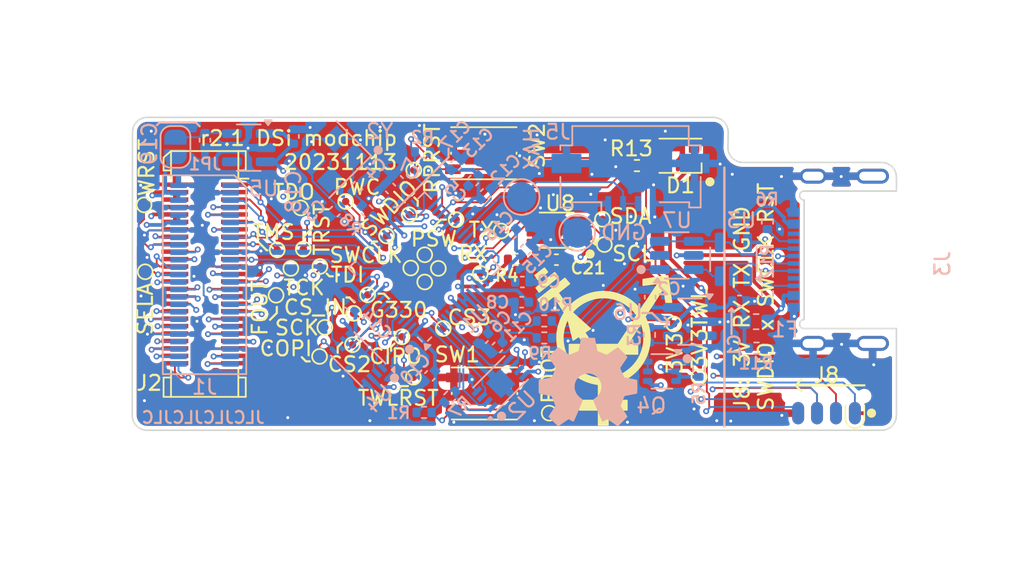
<source format=kicad_pcb>
(kicad_pcb (version 20240108) (generator "pcbnew") (generator_version "8.0")
  (title_block (date "2023-10-21") (rev "2") (company "PoroCYon"))
  (layers (0 "F.Cu" mixed) (1 "In1.Cu" signal) (2 "In2.Cu" signal) (31 "B.Cu" mixed) (34 "B.Paste" user) (35 "F.Paste" user) (36 "B.SilkS" user "B.Silkscreen") (37 "F.SilkS" user "F.Silkscreen") (38 "B.Mask" user) (39 "F.Mask" user) (44 "Edge.Cuts" user))
  (net 0 "")
  (net 1 "GND")
  (net 2 "VBUS")
  (net 3 "SDIO_CLK")
  (net 4 "SDIO_DAT0")
  (net 5 "SDIO_DAT3")
  (net 6 "SDIO_DAT1")
  (net 7 "SDIO_CMD")
  (net 8 "SDIO_DAT2")
  (net 9 "JTAG_TDO")
  (net 10 "ATH_TX_H")
  (net 11 "JTAG_TMS")
  (net 12 "~{WIFI_RST}")
  (net 13 "JTAG_TDI")
  (net 14 "RTC_FOUT")
  (net 15 "JTAG_TCK")
  (net 16 "JTAG_~{TRST}")
  (net 17 "NC")
  (net 18 "~{SEL_ATH}")
  (net 19 "SPI_~{CS2}")
  (net 20 "FLASH_~{WP}")
  (net 21 "BBP_SLEEP")
  (net 22 "RF_SLEEP")
  (net 23 "SPI_CIPO")
  (net 24 "RF_SCS")
  (net 25 "SPI_COPI")
  (net 26 "BBP_SCS")
  (net 27 "CCA")
  (net 28 "BB_RF_SDO")
  (net 29 "WL_RXPE")
  (net 30 "BB_RF_SDI")
  (net 31 "TRDATA")
  (net 32 "BB_RF_SCLK")
  (net 33 "VDD18?")
  (net 34 "TRCLK")
  (net 35 "TRRDY")
  (net 36 "MCLK")
  (net 37 "WL_TXPE")
  (net 38 "P49")
  (net 39 "RESET")
  (net 40 "SPI_CLK")
  (net 41 "3V3_MBRD")
  (net 42 "SPI_~{CS}_IN")
  (net 43 "1V8_MBRD")
  (net 44 "/XIN")
  (net 45 "Net-(U1-XOUT)")
  (net 46 "+1V1")
  (net 47 "/power/EN")
  (net 49 "/LED_WS2812")
  (net 50 "+5V")
  (net 51 "/power/CC1")
  (net 53 "/power/CC2")
  (net 55 "UART_RX")
  (net 56 "UART_TX")
  (net 57 "BTN_~{RESET}")
  (net 58 "SWCLK")
  (net 60 "SWDIO")
  (net 61 "BTN_~{BOOT}")
  (net 62 "/QSPI_~{CS}")
  (net 63 "/XOUT")
  (net 64 "SPI_~{CS3}")
  (net 65 "/QSPI_SD1")
  (net 66 "/QSPI_SD2")
  (net 67 "/QSPI_SD0")
  (net 68 "/QSPI_CLK")
  (net 69 "/QSPI_SD3")
  (net 72 "+3V3")
  (net 73 "/D+")
  (net 74 "/D-")
  (net 75 "PWSW")
  (net 78 "Net-(U8-EN)")
  (net 79 "Net-(JP1-A)")
  (net 81 "/SDA33")
  (net 82 "/SCL33")
  (net 83 "I2C_SCL")
  (net 84 "I2C_SDA")
  (net 85 "GLITCH_OUT")
  (net 88 "GPIO330")
  (net 89 "POWERCUT")
  (net 93 "/USB_D+")
  (net 94 "/USB_D-")
  (net 95 "Net-(D1-DIN)")
  (footprint "footprints:TestPoint_Circular_D0.5" (layer "F.Cu") (at 136.2456 99.7458)
    (property "Reference" "TP4" (hide yes))
    (property "Value" "COPI")
  )
  (footprint "footprints:TestPoint_Circular_D0.5" (layer "F.Cu") (at 136.6012 97.79)
    (property "Reference" "TP3" (hide yes))
    (property "Value" "SCK")
  )
  (footprint "Capacitor_SMD:C_0402_1005Metric" (layer "F.Cu") (at 152.1486 93.2434)
    (property "Reference" "C21")
    (property "Value" "100nF")
  )
  (footprint "footprints:TestPoint_Circular_D0.5" (layer "F.Cu") (at 140.7414 91.6432)
    (property "Reference" "TP24" (hide yes))
    (property "Value" "SWCLK")
  )
  (footprint "footprints:TestPoint_Circular_D0.5" (layer "F.Cu") (at 143.3068 94.742)
    (property "Reference" "TP37" (hide yes))
    (property "Value" "GND" (hide yes))
  )
  (footprint "Connector_Molex:Molex_SlimStack_52991-0508_2x25_P0.50mm_Vertical" (layer "F.Cu") (at 128.5306 94.203 -90)
    (property "Reference" "J2")
    (property "Value" "TWL_WifiConn_Rcpt_TO_WIFIBRD" (hide yes))
  )
  (footprint "footprints:TestPoint_Circular_D0.5" (layer "F.Cu") (at 141.7828 98.425)
    (property "Reference" "TP5" (hide yes))
    (property "Value" "CIPO")
  )
  (footprint "footprints:TestPoint_Circular_D0.5" (layer "F.Cu") (at 134.3152 93.8276)
    (property "Reference" "TP12" (hide yes))
    (property "Value" "TCK")
  )
  (footprint "footprints:TestPoint_Circular_D0.5" (layer "F.Cu") (at 134.9756 89.7636)
    (property "Reference" "TP9" (hide yes))
    (property "Value" "TDO")
  )
  (footprint "footprints:TestPoint_Circular_D0.5" (layer "F.Cu") (at 124.46 89.5604)
    (property "Reference" "TP16" (hide yes))
    (property "Value" "WRST")
  )
  (footprint "footprints:TestPoint_Circular_D0.5" (layer "F.Cu") (at 124.5362 94.0562 180)
    (property "Reference" "TP15" (hide yes))
    (property "Value" "SELA")
  )
  (footprint "LED_SMD:LED_WS2812B-2020_PLCC4_2.0x2.0mm" (layer "F.Cu") (at 160.4772 86.2584 180)
    (property "Reference" "D1")
    (property "Value" "WS2812B")
  )
  (footprint "footprints:TestPoint_Circular_D0.5" (layer "F.Cu") (at 151.6634 103.5558)
    (property "Reference" "TP21" (hide yes))
    (property "Value" "BOOT")
  )
  (footprint "footprints:TestPoint_Circular_D0.5" (layer "F.Cu") (at 160.02 97.5614)
    (property "Reference" "TP19" (hide yes))
    (property "Value" "3V3")
  )
  (footprint "Resistor_SMD:R_0402_1005Metric" (layer "F.Cu") (at 157.5562 86.9188 180)
    (property "Reference" "R13")
    (property "Value" "330")
  )
  (footprint "footprints:TestPoint_Circular_D0.5" (layer "F.Cu") (at 147.0406 94.1578 180)
    (property "Reference" "TP23" (hide yes))
    (property "Value" "RX")
  )
  (footprint "footprints:TestPoint_Circular_D0.5" (layer "F.Cu") (at 139.4714 95.6056)
    (property "Reference" "TP32" (hide yes))
    (property "Value" "G330")
  )
  (footprint "footprints:TestPoint_Circular_D0.5" (layer "F.Cu") (at 138.5316 96.8502 -90)
    (property "Reference" "TP6" (hide yes))
    (property "Value" "CS_IN")
  )
  (footprint "footprints:trans" (layer "F.Cu") (at 155.4607 99.0727)
    (property "Reference" "REF**" (hide yes))
    (property "Value" "trans" (hide yes))
  )
  (footprint "footprints:TestPoint_Circular_D0.5" (layer "F.Cu") (at 138.4554 98.9584)
    (property "Reference" "TP7" (hide yes))
    (property "Value" "CS2")
  )
  (footprint "footprints:TestPoint_Circular_D0.5" (layer "F.Cu") (at 144.2212 93.8276)
    (property "Reference" "TP36" (hide yes))
    (property "Value" "GND" (hide yes))
  )
  (footprint "footprints:TestPoint_Circular_D0.5" (layer "F.Cu") (at 148.4376 91.313)
    (property "Reference" "TP22" (hide yes))
    (property "Value" "TX")
  )
  (footprint "footprints:TestPoint_Circular_D0.5" (layer "F.Cu") (at 142.367 93.8022)
    (property "Reference" "TP34" (hide yes))
    (property "Value" "GND" (hide yes))
  )
  (footprint "footprints:TestPoint_Circular_D0.5" (layer "F.Cu") (at 142.5702 87.2236)
    (property "Reference" "TP20" (hide yes))
    (property "Value" "RPRST")
  )
  (footprint "footprints:TestPoint_Circular_D0.5" (layer "F.Cu") (at 142.2654 90.2208 180)
    (property "Reference" "TP25" (hide yes))
    (property "Value" "SWDIO")
  )
  (footprint "Button_Switch_SMD:SW_Push_1P1T_NO_Vertical_Wuerth_434133025816" (layer "F.Cu") (at 147.2732 86.0888 180)
    (property "Reference" "SW2")
    (property "Value" "SW_Push")
  )
  (footprint "Package_SO:VSSOP-8_2.3x2mm_P0.5mm" (layer "F.Cu") (at 152.1714 91.2622 180)
    (property "Reference" "U8")
    (property "Value" "PCA9306DC1")
  )
  (footprint "footprints:SOIC_clipProgSmall" (layer "F.Cu") (at 170.285396 104.307798)
    (property "Reference" "J8")
    (property "Value" "SOICbite")
  )
  (footprint "footprints:TestPoint_Circular_D0.5" (layer "F.Cu") (at 161.7218 101.1174)
    (property "Reference" "TP18" (hide yes))
    (property "Value" "3V3TWL")
  )
  (footprint "footprints:TestPoint_Circular_D0.5" (layer "F.Cu") (at 142.5448 101.1428 -90)
    (property "Reference" "TP17" (hide yes))
    (property "Value" "TWLRST")
  )
  (footprint "footprints:TestPoint_Circular_D0.5" (layer "F.Cu") (at 137.9982 89.3318)
    (property "Reference" "TP33" (hide yes))
    (property "Value" "PWC")
  )
  (footprint "footprints:TestPoint_Circular_D0.5" (layer "F.Cu") (at 135.1534 92.5322)
    (property "Reference" "TP13" (hide yes))
    (property "Value" "TRST")
  )
  (footprint "footprints:TestPoint_Circular_D0.5" (layer "F.Cu") (at 145.415 90.551)
    (property "Reference" "TP38" (hide yes))
    (property "Value" "PSW")
  )
  (footprint "footprints:TestPoint_Circular_D0.5" (layer "F.Cu") (at 143.3068 92.9132)
    (property "Reference" "TP35" (hide yes))
    (property "Value" "GND" (hide yes))
  )
  (footprint "Resistor_SMD:R_0402_1005Metric" (layer "F.Cu") (at 149.4008 93.218 180)
    (property "Reference" "R4")
    (property "Value" "200k")
  )
  (footprint "footprints:TestPoint_Circular_D0.5" (layer "F.Cu") (at 155.2408 90.5256 180)
    (property "Reference" "TP30" (hide yes))
    (property "Value" "SDA")
  )
  (footprint "footprints:TestPoint_Circular_D0.5" (layer "F.Cu") (at 133.3246 95.631)
    (property "Reference" "TP14" (hide yes))
    (property "Value" "FOUT")
  )
  (footprint "Button_Switch_SMD:SW_Push_1P1T_NO_Vertical_Wuerth_434133025816" (layer "F.Cu") (at 147.32 102.235 180)
    (property "Reference" "SW1")
    (property "Value" "SW_Push")
  )
  (footprint "footprints:TestPoint_Circular_D0.5" (layer "F.Cu") (at 155.3678 92.2274 180)
    (property "Reference" "TP29" (hide yes))
    (property "Value" "SCL")
  )
  (footprint "footprints:TestPoint_Circular_D0.5" (layer "F.Cu") (at 136.271 93.7006)
    (property "Reference" "TP11" (hide yes))
    (property "Value" "TDI")
  )
  (footprint "footprints:TestPoint_Circular_D0.5" (layer "F.Cu") (at 133.4008 92.583)
    (property "Reference" "TP10" (hide yes))
    (property "Value" "TMS")
  )
  (footprint "footprints:TestPoint_Circular_D0.5" (layer "F.Cu") (at 144.5514 97.8662)
    (property "Reference" "TP8" (hide yes))
    (property "Value" "CS3")
  )
  (footprint "Capacitor_SMD:C_0402_1005Metric" (layer "B.Cu") (at 149.098 91.5162 -135)
    (property "Reference" "C16")
    (property "Value" "100nF")
  )
  (footprint "Package_DFN_QFN:DFN-8-1EP_3x2mm_P0.5mm_EP1.36x1.46mm" (layer "B.Cu") (at 148.399825 101.564645 45)
    (property "Reference" "U2")
    (property "Value" "W25Q16JVUXIQ")
  )
  (footprint "Capacitor_SMD:C_0402_1005Metric" (layer "B.Cu") (at 143.653189 101.050411 -135)
    (property "Reference" "C10")
    (property "Value" "100nF")
  )
  (footprint "Resistor_SMD:R_0402_1005Metric" (layer "B.Cu") (at 161.7091 100.6074 90)
    (property "Reference" "R5")
    (property "Value" "47k")
  )
  (footprint "Package_TO_SOT_SMD:SOT-23-5" (layer "B.Cu") (at 164.0328 93.218 90)
    (property "Reference" "U3")
    (property "Value" "D1213A-02SM")
  )
  (footprint "Jumper:SolderJumper-2_P1.3mm_Open_RoundedPad1.0x1.5mm" (layer "B.Cu") (at 126.5682 85.6638 -90)
    (property "Reference" "JP1")
    (property "Value" "SolderJumper_2_Open" (hide yes))
  )
  (footprint "Capacitor_SMD:C_0402_1005Metric" (layer "B.Cu") (at 149.86 94.742)
    (property "Reference" "C9")
    (property "Value" "1uF")
  )
  (footprint "Package_TO_SOT_SMD:SOT-23-5" (layer "B.Cu") (at 131.4903 85.7148 180)
    (property "Reference" "U5")
    (property "Value" "MIC5317-1.8YD5")
  )
  (footprint "TestPoint:TestPoint_Pad_D2.0mm" (layer "B.Cu") (at 153.543 91.44 180)
    (property "Reference" "TP2" (hide yes))
    (property "Value" "GND2 on CPU-TWL-01 PCB, TP14 on CPU-UTL-01 PCB" (hide yes))
  )
  (footprint "Capacitor_SMD:C_0402_1005Metric" (layer "B.Cu") (at 134.493 84.9604 90)
    (property "Reference" "C18")
    (property "Value" "1uF")
  )
  (footprint "TestPoint:TestPoint_Pad_D2.0mm" (layer "B.Cu") (at 149.8092 89.027 180)
    (property "Reference" "TP1" (hide yes))
    (property "Value" "To glitch FET" (hide yes))
  )
  (footprint "Resistor_SMD:R_0402_1005Metric" (layer "B.Cu") (at 144.9832 102.4636 45)
    (property "Reference" "R7")
    (property "Value" "1k")
  )
  (footprint "Capacitor_SMD:C_0402_1005Metric" (layer "B.Cu") (at 149.818411 96.097411)
    (property "Reference" "C8")
    (property "Value" "1uF")
  )
  (footprint "Capacitor_SMD:C_0402_1005Metric" (layer "B.Cu") (at 148.1836 99.1362 -135)
    (property "Reference" "C11")
    (property "Value" "100nF")
  )
  (footprint "Resistor_SMD:R_0402_1005Metric" (layer "B.Cu") (at 166.3188 90.676 90)
    (property "Reference" "R6")
    (property "Value" "5.1k")
  )
  (footprint "Package_TO_SOT_SMD:SOT-23-5" (layer "B.Cu") (at 161.1118 97.409 180)
    (property "Reference" "U6")
    (property "Value" "AP2127K-3.3")
  )
  (footprint "Resistor_SMD:R_0402_1005Metric" (layer "B.Cu") (at 158.3944 98.296 -90)
    (property "Reference" "R3")
    (property "Value" "47k")
  )
  (footprint "Fuse:Fuse_0603_1608Metric" (layer "B.Cu") (at 165.5568 97.409 180)
    (property "Reference" "F1")
    (property "Value" "0.5A")
  )
  (footprint "Package_DFN_QFN:QFN-56-1EP_7x7mm_P0.4mm_EP3.2x3.2mm" (layer "B.Cu") (at 143.294157 93.807798 45)
    (property "Reference" "U1")
    (property "Value" "RP2040")
  )
  (footprint "Resistor_SMD:R_0402_1005Metric" (layer "B.Cu") (at 165.5806 99.187)
    (property "Reference" "R11")
    (property "Value" "47k")
  )
  (footprint "Capacitor_SMD:C_0402_1005Metric" (layer "B.Cu") (at 158.4448 95.758 90)
    (property "Reference" "C2")
    (property "Value" "1uF")
  )
  (footprint "Capacitor_SMD:C_0402_1005Metric" (layer "B.Cu") (at 164.4418 96.012)
    (property "Reference" "C1")
    (property "Value" "1uF")
  )
  (footprint "Package_TO_SOT_SMD:SOT-363_SC-70-6" (layer "B.Cu") (at 159.2301 100.7494 180)
    (property "Reference" "Q4")
    (property "Value" "Q_Dual_NPMOS_S1G1D2S2G2D1")
  )
  (footprint "Resistor_SMD:R_0402_1005Metric" (layer "B.Cu") (at 143.1544 86.0044 180)
    (property "Reference" "R2")
    (property "Value" "10k")
  )
  (footprint "footprints:USB_C_Receptacle_GCT_USB4510" (layer "B.Cu") (at 174.98 93.25 -90)
    (property "Reference" "J3")
    (property "Value" "USB_C_Receptacle_USB2.0")
    (fp_line (start -4.62 6.2) (end -4.62 0) (stroke (width 0.1)) (layer "Edge.Cuts"))
    (fp_line (start -4.02 6.2) (end 4.02 6.2) (stroke (width 0.1)) (layer "Edge.Cuts"))
    (fp_line (start 4.62 6.2) (end 4.62 0) (stroke (width 0.1)) (layer "Edge.Cuts"))
    (fp_arc (start -4.02 6.2) (mid -4.32 6.5) (end -4.62 6.2) (stroke (width 0.1)) (layer "Edge.Cuts"))
    (fp_arc (start 4.62 6.2) (mid 4.32 6.5) (end 4.02 6.2) (stroke (width 0.1)) (layer "Edge.Cuts"))
  )
  (footprint "Capacitor_SMD:C_0402_1005Metric" (layer "B.Cu") (at 150.0886 92.5576 45)
    (property "Reference" "C15")
    (property "Value" "100nF")
  )
  (footprint "Resistor_SMD:R_0402_1005Metric" (layer "B.Cu") (at 151.3332 98.5012)
    (property "Reference" "R9")
    (property "Value" "27 1%")
  )
  (footprint "Capacitor_SMD:C_0402_1005Metric" (layer "B.Cu") (at 138.794811 88.331989 -135)
    (property "Reference" "C4")
    (property "Value" "27pF")
  )
  (footprint "Capacitor_SMD:C_0402_1005Metric" (layer "B.Cu") (at 146.574493 87.924291 -135)
    (property "Reference" "C5")
    (property "Value" "100nF")
  )
  (footprint "Resistor_SMD:R_0402_1005Metric" (layer "B.Cu") (at 151.3332 97.3582 180)
    (property "Reference" "R10")
    (property "Value" "27 1%")
  )
  (footprint "Symbol:OSHW-Symbol_6.7x6mm_SilkScreen" (layer "B.Cu") (at 154.2796 101.473 180)
    (property "Reference" "REF**" (hide yes))
    (property "Value" "OSHW-Symbol_6.7x6mm_SilkScreen" (hide yes))
  )
  (footprint "footprints:Molex_SlimStack_501920-5001_2x25_P0.50mm_Vertical" (layer "B.Cu") (at 128.5214 94.2538 -90)
    (property "Reference" "J1")
    (property "Value" "TWL_WifiConn_Plug_TO_MAINBRD")
  )
  (footprint "Capacitor_SMD:C_0402_1005Metric" (layer "B.Cu") (at 138.312211 96.275211 135)
    (property "Reference" "C14")
    (property "Value" "100nF")
  )
  (footprint "Capacitor_SMD:C_0402_1005Metric" (layer "B.Cu") (at 128.5494 85.2144 -90)
    (property "Reference" "C19")
    (property "Value" "1uF")
  )
  (footprint "Package_DFN_QFN:DFN-8-1EP_3x2mm_P0.5mm_EP1.36x1.46mm" (layer "B.Cu") (at 138.849425 99.958955 135)
    (property "Reference" "U4")
    (property "Value" "W25Q16JVUXIQ")
  )
  (footprint "Capacitor_SMD:C_0402_1005Metric" (layer "B.Cu") (at 147.2184 98.5266 45)
    (property "Reference" "C6")
    (property "Value" "100nF")
  )
  (footprint "Resistor_SMD:R_0402_1005Metric" (layer "B.Cu") (at 139.446 89.9668 -45)
    (property "Reference" "R8")
    (property "Value" "1k")
  )
  (footprint "Crystal:Crystal_SMD_3225-4Pin_3.2x2.5mm" (layer "B.Cu") (at 137.1346 86.5124 -135)
    (property "Reference" "Y2")
    (property "Value" "12.000MHz")
  )
  (footprint "Capacitor_SMD:C_0402_1005Metric" (layer "B.Cu") (at 141.512611 87.944011 -45)
    (property "Reference" "C7")
    (property "Value" "100nF")
  )
  (footprint "Resistor_SMD:R_0402_1005Metric" (layer "B.Cu") (at 166.3188 95.506 -90)
    (property "Reference" "R12")
    (property "Value" "5.1k")
  )
  (footprint "Capacitor_SMD:C_0402_1005Metric" (layer "B.Cu") (at 140.5128 88.9762 -45)
    (property "Reference" "C17")
    (property "Value" "100nF")
  )
  (footprint "Capacitor_SMD:C_0402_1005Metric" (layer "B.Cu") (at 147.3962 88.8238 45)
    (property "Reference" "C12")
    (property "Value" "100nF")
  )
  (footprint "Package_TO_SOT_SMD:SOT-23-6" (layer "B.Cu") (at 160.2283 92.9585)
    (property "Reference" "U7")
    (property "Value" "USBLC6-2SC6")
  )
  (footprint "Capacitor_SMD:C_0402_1005Metric" (layer "B.Cu") (at 145.415 86.868 45)
    (property "Reference" "C13")
    (property "Value" "100nF")
  )
  (footprint "Capacitor_SMD:C_0402_1005Metric" (layer "B.Cu") (at 137.270811 90.008389 45)
    (property "Reference" "C3")
    (property "Value" "27pF")
  )
  (footprint "Resistor_SMD:R_0402_1005Metric" (layer "B.Cu") (at 143.258 103.505)
    (property "Reference" "R1")
    (property "Value" "10k")
  )
  (footprint "Connector_FFC-FPC:Molex_200528-0040_1x04-1MP_P1.00mm_Horizontal" (layer "B.Cu") (at 157.1244 88.5628)
    (property "Reference" "J5")
    (property "Value" "GlitchFPC")
  )
  (gr_line (start 163.9062 96.52) (end 163.7284 96.6978) (stroke (width 0.15)) (layer "B.SilkS"))
  (gr_line (start 163.430396 87.057798) (end 163.430396 104.457798) (stroke (width 0.15)) (layer "B.SilkS"))
  (gr_line (start 125.5014 84.0232) (end 127.9398 84.0232) (stroke (width 0.15)) (layer "B.SilkS"))
  (gr_circle (center 148.463 103.759) (end 148.697176 103.759) (stroke (width 0.15)) (fill solid) (layer "B.SilkS"))
  (gr_line (start 144.907 86.36) (end 144.907 85.7758) (stroke (width 0.15)) (layer "B.SilkS"))
  (gr_circle (center 157.8356 93.9038) (end 158.069776 93.9038) (stroke (width 0.15)) (fill solid) (layer "B.SilkS"))
  (gr_line (start 163.9062 96.52) (end 164.084 96.6978) (stroke (width 0.15)) (layer "B.SilkS"))
  (gr_line (start 127.9398 84.0232) (end 128.1938 84.2772) (stroke (width 0.15)) (layer "B.SilkS"))
  (gr_line (start 158.5722 96.8248) (end 157.9118 96.8248) (stroke (width 0.15)) (layer "B.SilkS"))
  (gr_line (start 125.3236 84.201) (end 125.5014 84.0232) (stroke (width 0.15)) (layer "B.SilkS"))
  (gr_line (start 163.9062 98.2472) (end 163.9062 96.52) (stroke (width 0.15)) (layer "B.SilkS"))
  (gr_circle (center 141.2748 101.1936) (end 141.508976 101.1936) (stroke (width 0.15)) (fill solid) (layer "B.SilkS"))
  (gr_circle (center 140.1826 85.8774) (end 140.416776 85.8774) (stroke (width 0.15)) (fill solid) (layer "B.SilkS"))
  (gr_line (start 141.5542 89.7128) (end 144.907 86.36) (stroke (width 0.15)) (layer "B.SilkS"))
  (gr_circle (center 142.2908 99.2632) (end 142.524976 99.2632) (stroke (width 0.15)) (fill solid) (layer "B.SilkS"))
  (gr_line (start 159.7152 97.4344) (end 159.4104 97.7392) (stroke (width 0.15)) (layer "B.SilkS"))
  (gr_line (start 159.7152 97.4344) (end 159.1818 97.4344) (stroke (width 0.15)) (layer "B.SilkS"))
  (gr_line (start 159.7152 97.4344) (end 159.4104 97.1296) (stroke (width 0.15)) (layer "B.SilkS"))
  (gr_line (start 141.2494 89.7128) (end 141.5542 89.7128) (stroke (width 0.15)) (layer "B.SilkS"))
  (gr_circle (center 160.9344 99.8982) (end 161.168576 99.8982) (stroke (width 0.15)) (fill solid) (layer "B.SilkS"))
  (gr_line (start 159.1818 97.4344) (end 158.5722 96.8248) (stroke (width 0.15)) (layer "B.SilkS"))
  (gr_line (start 137.7696 98.806) (end 137.4648 99.1108) (stroke (width 0.15)) (layer "F.SilkS"))
  (gr_circle (center 173.3042 103.5558) (end 173.070024 103.5558) (stroke (width 0.15)) (fill solid) (layer "F.SilkS"))
  (gr_circle (center 154.408176 92.8624) (end 154.174 92.8624) (stroke (width 0.15)) (fill solid) (layer "F.SilkS"))
  (gr_line (start 137.4648 99.1108) (end 137.4648 99.4918) (stroke (width 0.15)) (layer "F.SilkS"))
  (gr_line (start 140.5636 95.5294) (end 140.208 95.5294) (stroke (width 0.15)) (layer "F.SilkS"))
  (gr_line (start 135.1534 91.8464) (end 135.1534 91.7194) (stroke (width 0.15)) (layer "F.SilkS"))
  (gr_line (start 138.2522 95.7834) (end 138.049 95.7834) (stroke (width 0.15)) (layer "F.SilkS"))
  (gr_line (start 133.3754 96.4184) (end 133.3754 96.8248) (stroke (width 0.15)) (layer "F.SilkS"))
  (gr_line (start 141.7193 101.7397) (end 141.5415 101.9175) (stroke (width 0.15)) (layer "F.SilkS"))
  (gr_line (start 163.430396 104.457798) (end 163.430396 87.057798) (stroke (width 0.15)) (layer "F.SilkS"))
  (gr_line (start 140.1064 92.0242) (end 139.8778 92.0242) (stroke (width 0.15)) (layer "F.SilkS"))
  (gr_line (start 144.399 90.551) (end 143.9164 91.0336) (stroke (width 0.15)) (layer "F.SilkS"))
  (gr_line (start 142.1765 101.7397) (end 141.7193 101.7397) (stroke (width 0.15)) (layer "F.SilkS"))
  (gr_line (start 135.1534 91.7194) (end 135.7376 91.1352) (stroke (width 0.15)) (layer "F.SilkS"))
  (gr_line (start 168.2115 101.6889) (end 168.5925 102.0699) (stroke (width 0.15)) (layer "F.SilkS"))
  (gr_line (start 132.7404 92.6084) (end 132.6896 92.6084) (stroke (width 0.15)) (layer "F.SilkS"))
  (gr_line (start 133.3754 96.8248) (end 132.9182 97.282) (stroke (width 0.15)) (layer "F.SilkS"))
  (gr_line (start 136.906 94.361) (end 137.1346 94.361) (stroke (width 0.15)) (layer "F.SilkS"))
  (gr_line (start 136.7282 94.1832) (end 136.906 94.361) (stroke (width 0.15)) (layer "F.SilkS"))
  (gr_line (start 132.6896 92.6084) (end 132.1816 92.1004) (stroke (width 0.15)) (layer "F.SilkS"))
  (gr_line (start 138.5824 96.1136) (end 138.2522 95.7834) (stroke (width 0.15)) (layer "F.SilkS"))
  (gr_line (start 142.8369 89.2937) (end 142.8369 89.6239) (stroke (width 0.15)) (layer "F.SilkS"))
  (gr_line (start 140.8938 95.8596) (end 140.5636 95.5294) (stroke (width 0.15)) (layer "F.SilkS"))
  (gr_line (start 172.8343 101.6889) (end 168.2115 101.6889) (stroke (width 0.15)) (layer "F.SilkS"))
  (gr_line (start 141.0462 99.1108) (end 141.0462 99.3648) (stroke (width 0.15)) (layer "F.SilkS"))
  (gr_line (start 142.6083 89.0651) (end 142.8369 89.2937) (stroke (width 0.15)) (layer "F.SilkS"))
  (gr_circle (center 162.4584 88.011) (end 162.224224 88.011) (stroke (width 0.15)) (fill solid) (layer "F.SilkS"))
  (gr_line (start 144.7292 90.551) (end 144.399 90.551) (stroke (width 0.15)) (layer "F.SilkS"))
  (gr_line (start 141.2748 98.8822) (end 141.0462 99.1108) (stroke (width 0.15)) (layer "F.SilkS"))
  (gr_line (start 139.8778 92.0242) (end 139.7508 92.1512) (stroke (width 0.15)) (layer "F.SilkS"))
  (gr_line (start 135.5852 100.076) (end 135.3312 100.076) (stroke (width 0.15)) (layer "F.SilkS"))
  (gr_line (start 135.3312 100.076) (end 135.0518 99.7966) (stroke (width 0.15)) (layer "F.SilkS"))
  (gr_line (start 168.2115 101.6889) (end 168.5925 101.3079) (stroke (width 0.15)) (layer "F.SilkS"))
  (gr_line (start 123.684507 84.679507) (end 123.667596 103.707798) (stroke (width 0.1)) (layer "Edge.Cuts"))
  (gr_arc (start 162.684507 83.679507) (mid 163.391617 83.972399) (end 163.684507 84.679507) (stroke (width 0.1)) (layer "Edge.Cuts"))
  (gr_line (start 164.667596 86.707798) (end 173.980396 86.707798) (stroke (width 0.1)) (layer "Edge.Cuts"))
  (gr_arc (start 173.980396 86.707798) (mid 174.687506 87.00069) (end 174.980396 87.707798) (stroke (width 0.1)) (layer "Edge.Cuts"))
  (gr_line (start 124.667596 104.707798) (end 173.980396 104.707798) (stroke (width 0.1)) (layer "Edge.Cuts"))
  (gr_arc (start 124.667596 104.707798) (mid 123.960489 104.414905) (end 123.667596 103.707798) (stroke (width 0.1)) (layer "Edge.Cuts"))
  (gr_line (start 163.684507 84.679507) (end 163.667596 85.707798) (stroke (width 0.1)) (layer "Edge.Cuts"))
  (gr_line (start 124.684507 83.679507) (end 162.684507 83.679507) (stroke (width 0.1)) (layer "Edge.Cuts"))
  (gr_line (start 174.98 88.63) (end 174.980396 87.707798) (stroke (width 0.1)) (layer "Edge.Cuts"))
  (gr_arc (start 164.667596 86.707798) (mid 163.960489 86.414905) (end 163.667596 85.707798) (stroke (width 0.1)) (layer "Edge.Cuts"))
  (gr_arc (start 123.684507 84.679507) (mid 123.977401 83.9724) (end 124.684507 83.679507) (stroke (width 0.1)) (layer "Edge.Cuts"))
  (gr_arc (start 174.980396 103.707798) (mid 174.687503 104.414905) (end 173.980396 104.707798) (stroke (width 0.1)) (layer "Edge.Cuts"))
  (gr_line (start 174.980396 103.707798) (end 174.98 97.87) (stroke (width 0.1)) (layer "Edge.Cuts"))
  (gr_text "JLCJLCJLCJLC" (at 132.6388 104.3178 0) (layer "B.SilkS") (effects (font (size 0.8 0.8)) (justify left bottom mirror)))
  (gr_text "r2.1 DSi modchip\n20231113" (at 141.5542 87.2744 0) (layer "F.SilkS") (effects (font (size 1 1)) (justify right bottom)))
  (gr_text "J8: 3V RX TX GND\nSWDIO x SWCLK RST" (at 166.8018 103.505 90) (layer "F.SilkS") (effects (font (size 1 1)) (justify left bottom)))
  (segment (start 128.016 88.7984) (end 128.016 89.5858) (width 0.125) (layer "F.Cu") (net 1))
  (segment (start 126.5306 91.203) (end 127.872 91.203) (width 0.125) (layer "F.Cu") (net 1))
  (segment (start 130.5306 93.703) (end 128.4708 93.703) (width 0.125) (layer "F.Cu") (net 1))
  (segment (start 129.5056 92.703) (end 129.4986 92.71) (width 0.125) (layer "F.Cu") (net 1))
  (segment (start 132.2324 93.7768) (end 132.1586 93.703) (width 0.125) (layer "F.Cu") (net 1))
  (segment (start 128.016 90.1126) (end 127.9906 90.138) (width 0.125) (layer "F.Cu") (net 1))
  (segment (start 126.4525 91.2811) (end 126.5306 91.203) (width 0.125) (layer "F.Cu") (net 1))
  (segment (start 127.8988 89.703) (end 128.016 89.5858) (width 0.125) (layer "F.Cu") (net 1))
  (segment (start 128.016 88.3412) (end 128.016 88.7984) (width 0.125) (layer "F.Cu") (net 1))
  (segment (start 128.016 89.5858) (end 128.016 90.1126) (width 0.125) (layer "F.Cu") (net 1))
  (segment (start 132.842 99.1108) (end 132.7498 99.203) (width 0.125) (layer "F.Cu") (net 1))
  (segment (start 124.7967 91.2811) (end 126.4525 91.2811) (width 0.125) (layer "F.Cu") (net 1))
  (segment (start 126.5306 89.703) (end 127.8988 89.703) (width 0.125) (layer "F.Cu") (net 1))
  (segment (start 124.7328 98.203) (end 126.5306 98.203) (width 0.125) (layer "F.Cu") (net 1))
  (segment (start 124.6886 98.2472) (end 124.7328 98.203) (width 0.125) (layer "F.Cu") (net 1))
  (segment (start 129.0226 99.203) (end 128.0226 98.203) (width 0.125) (layer "F.Cu") (net 1))
  (segment (start 127.9906 91.0844) (end 127.9906 90.138) (width 0.125) (layer "F.Cu") (net 1))
  (segment (start 132.7498 99.203) (end 130.5306 99.203) (width 0.125) (layer "F.Cu") (net 1))
  (segment (start 128.8288 92.71) (end 128.4708 93.068) (width 0.125) (layer "F.Cu") (net 1))
  (segment (start 128.4708 93.703) (end 127.8128 94.361) (width 0.125) (layer "F.Cu") (net 1))
  (segment (start 130.5306 88.703) (end 128.1114 88.703) (width 0.125) (layer "F.Cu") (net 1))
  (segment (start 126.5306 88.203) (end 127.8778 88.203) (width 0.125) (layer "F.Cu") (net 1))
  (segment (start 130.5306 92.703) (end 132.2648 92.703) (width 0.125) (layer "F.Cu") (net 1))
  (segment (start 128.1114 88.703) (end 128.016 88.7984) (width 0.125) (layer "F.Cu") (net 1))
  (segment (start 128.0226 98.203) (end 126.5306 98.203) (width 0.125) (layer "F.Cu") (net 1))
  (segment (start 129.4986 92.71) (end 128.8288 92.71) (width 0.125) (layer "F.Cu") (net 1))
  (segment (start 132.1586 93.703) (end 130.5306 93.703) (width 0.125) (layer "F.Cu") (net 1))
  (segment (start 124.4854 91.5924) (end 124.7967 91.2811) (width 0.125) (layer "F.Cu") (net 1))
  (segment (start 130.5306 92.703) (end 129.5056 92.703) (width 0.125) (layer "F.Cu") (net 1))
  (segment (start 132.2648 92.703) (end 132.3086 92.6592) (width 0.125) (layer "F.Cu") (net 1))
  (segment (start 127.8778 88.203) (end 128.016 88.3412) (width 0.125) (layer "F.Cu") (net 1))
  (segment (start 127.872 91.203) (end 127.9906 91.0844) (width 0.125) (layer "F.Cu") (net 1))
  (segment (start 130.5306 99.203) (end 129.0226 99.203) (width 0.125) (layer "F.Cu") (net 1))
  (segment (start 128.4708 93.068) (end 128.4708 93.703) (width 0.125) (layer "F.Cu") (net 1))
  (via (at 139.6238 104.0638) (size 0.4) (drill 0.2) (layers "F.Cu" "B.Cu") (net 1))
  (via (at 154.4574 88.8492) (size 0.4) (drill 0.2) (layers "F.Cu" "B.Cu") (net 1))
  (via (at 163.6776 97.409) (size 0.4) (drill 0.2) (layers "F.Cu" "B.Cu") (net 1))
  (via (at 135.2804 94.2848) (size 0.4) (drill 0.2) (layers "F.Cu" "B.Cu") (net 1))
  (via (at 138.1506 92.8116) (size 0.4) (drill 0.2) (layers "F.Cu" "B.Cu") (net 1))
  (via (at 167.132 91.186) (size 0.4) (drill 0.2) (layers "F.Cu" "B.Cu") (net 1))
  (via (at 145.3896 88.773) (size 0.4) (drill 0.2) (layers "F.Cu" "B.Cu") (net 1))
  (via (at 146.5326 90.17) (size 0.4) (drill 0.2) (layers "F.Cu" "B.Cu") (net 1))
  (via (at 136.4234 89.3318) (size 0.4) (drill 0.2) (layers "F.Cu" "B.Cu") (net 1))
  (via (at 160.9852 97.6376) (size 0.4) (drill 0.2) (layers "F.Cu" "B.Cu") (net 1))
  (via (at 160.655 95.0214) (size 0.4) (drill 0.2) (layers "F.Cu" "B.Cu") (net 1))
  (via (at 124.6632 93.091) (size 0.4) (drill 0.2) (layers "F.Cu" "B.Cu") (net 1))
  (via (at 146.4818 101.2952) (size 0.4) (drill 0.2) (layers "F.Cu" "B.Cu") (net 1))
  (via (at 165.4556 96.0374) (size 0.4) (drill 0.2) (layers "F.Cu" "B.Cu") (net 1))
  (via (at 133.004323 89.150108) (size 0.4) (drill 0.2) (layers "F.Cu" "B.Cu") (net 1))
  (via (at 150.6728 104.0638) (size 0.4) (drill 0.2) (layers "F.Cu" "B.Cu") (net 1))
  (via (at 163.1188 97.4344) (size 0.4) (drill 0.2) (layers "F.Cu" "B.Cu") (net 1))
  (via (at 163.8554 104.0892) (size 0.4) (drill 0.2) (layers "F.Cu" "B.Cu") (net 1))
  (via (at 163.1442 86.8172) (size 0.4) (drill 0.2) (layers "F.Cu" "B.Cu") (net 1))
  (via (at 154.6098 97.9932) (size 0.4) (drill 0.2) (layers "F.Cu" "B.Cu") (net 1))
  (via (at 151.9428 88.8746) (size 0.4) (drill 0.2) (layers "F.Cu" "B.Cu") (net 1))
  (via (at 124.6886 98.2472) (size 0.4) (drill 0.2) (layers "F.Cu" "B.Cu") (net 1))
  (via (at 167.2844 103.7082) (size 0.4) (drill 0.2) (layers "F.Cu" "B.Cu") (net 1))
  (via (at 147.3454 84.8106) (size 0.4) (drill 0.2) (layers "F.Cu" "B.Cu") (net 1))
  (via (at 135.6106 84.3534) (size 0.4) (drill 0.2) (layers "F.Cu" "B.Cu") (net 1))
  (via (at 132.842 99.1108) (size 0.4) (drill 0.2) (layers "F.Cu" "B.Cu") (net 1))
  (via (at 132.2324 93.7768) (size 0.4) (drill 0.2) (layers "F.Cu" "B.Cu") (net 1))
  (via (at 152.0444 96.4946) (size 0.4) (drill 0.2) (layers "F.Cu" "B.Cu") (net 1))
  (via (at 134.112 103.8606) (size 0.4) (drill 0.2) (layers "F.Cu" "B.Cu") (net 1))
  (via (at 147.1168 91.2114) (size 0.4) (drill 0.2) (layers "F.Cu" "B.Cu") (net 1))
  (via (at 124.4854 91.5924) (size 0.4) (drill 0.2) (layers "F.Cu" "B.Cu") (net 1))
  (via (at 127.8128 94.361) (size 0.4) (drill 0.2) (layers "F.Cu" "B.Cu") (net 1))
  (via (at 145.2626 104.1654) (size 0.4) (drill 0.2) (layers "F.Cu" "B.Cu") (net 1))
  (via (at 149.398912 96.937446) (size 0.4) (drill 0.2) (layers "F.Cu" "B.Cu") (net 1))
  (via (at 167.259 87.6554) (size 0.4) (drill 0.2) (layers "F.Cu" "B.Cu") (net 1))
  (via (at 137.8204 101.0666) (size 0.4) (drill 0.2) (layers "F.Cu" "B.Cu") (net 1))
  (via (at 143.5608 87.249) (size 0.4) (drill 0.2) (layers "F.Cu" "B.Cu") (net 1))
  (via (at 131.445 85.7504) (size 0.4) (drill 0.2) (layers "F.Cu" "B.Cu") (net 1))
  (via (at 134.2136 86.614) (size 0.4) (drill 0.2) (layers "F.Cu" "B.Cu") (net 1))
  (via (at 139.6238 86.8172) (size 0.4) (drill 0.2) (layers "F.Cu" "B.Cu") (net 1))
  (via (at 161.3916 103.2764) (size 0.4) (drill 0.2) (layers "F.Cu" "B.Cu") (net 1))
  (via (at 156.9212 104.1654) (size 0.4) (drill 0.2) (layers "F.Cu" "B.Cu") (net 1))
  (via (at 137.922 90.678) (size 0.4) (drill 0.2) (layers "F.Cu" "B.Cu") (net 1))
  (via (at 138.9888 85.1916) (size 0.4) (drill 0.2) (layers "F.Cu" "B.Cu") (net 1))
  (via (at 173.4566 100.3046) (size 0.4) (drill 0.2) (layers "F.Cu" "B.Cu") (net 1))
  (via (at 159.4612 84.6074) (size 0.4) (drill 0.2) (layers "F.Cu" "B.Cu") (net 1))
  (via (at 149.987 98.6282) (size 0.4) (drill 0.2) (layers "F.Cu" "B.Cu") (net 1))
  (via (at 139.319 91.3892) (size 0.4) (drill 0.2) (layers "F.Cu" "B.Cu") (net 1))
  (via (at 151.003 87.4522) (size 0.4) (drill 0.2) (layers "F.Cu" "B.Cu") (net 1))
  (via (at 151.003 100.1268) (size 0.4) (drill 0.2) (layers "F.Cu" "B.Cu") (net 1))
  (via (at 128.3716 90.932) (size 0.4) (drill 0.2) (layers "F.Cu" "B.Cu") (net 1))
  (via (at 168.1226 97.0534) (size 0.4) (drill 0.2) (layers "F.Cu" "B.Cu") (net 1))
  (via (at 149.6822 86.2584) (size 0.4) (drill 0.2) (layers "F.Cu" "B.Cu") (net 1))
  (via (at 152.9334 98.7044) (size 0.4) (drill 0.2) (layers "F.Cu" "B.Cu") (net 1))
  (via (at 151.765 91.8972) (size 0.4) (drill 0.2) (layers "F.Cu" "B.Cu") (net 1))
  (via (at 124.2568 95.6818) (size 0.4) (drill 0.2) (layers "F.Cu" "B.Cu") (net 1))
  (via (at 162.9156 104.0638) (size 0.4) (drill 0.2) (layers "F.Cu" "B.Cu") (net 1))
  (via (at 154.5336 87.503) (size 0.4) (drill 0.2) (layers "F.Cu" "B.Cu") (net 1))
  (via (at 124.4854 102.7176) (size 0.4) (drill 0.2) (layers "F.Cu" "B.Cu") (net 1))
  (via (at 140.3096 84.328) (size 0.4) (drill 0.2) (layers "F.Cu" "B.Cu") (net 1))
  (via (at 124.9426 84.6074) (size 0.4) (drill 0.2) (layers "F.Cu" "B.Cu") (net 1))
  (via (at 150.8506 84.8614) (size 0.4) (drill 0.2) (layers "F.Cu" "B.Cu") (net 1))
  (via (at 157.1498 90.3478) (size 0.4) (drill 0.2) (layers "F.Cu" "B.Cu") (net 1))
  (via (at 148.1582 90.2208) (size 0.4) (drill 0.2) (layers "F.Cu" "B.Cu") (net 1))
  (via (at 151.0792 89.7636) (size 0.4) (drill 0.2) (layers "F.Cu" "B.Cu") (net 1))
  (via (at 155.2956 94.9706) (size 0.4) (drill 0.2) (layers "F.Cu" "B.Cu") (net 1))
  (via (at 137.5156 94.2594) (size 0.4) (drill 0.2) (layers "F.Cu" "B.Cu") (net 1))
  (via (at 139.5984 99.1362) (size 0.4) (drill 0.2) (layers "F.Cu" "B.Cu") (net 1))
  (via (at 135.7122 85.3186) (size 0.4) (drill 0.2) (layers "F.Cu" "B.Cu") (net 1))
  (via (at 158.115 93.3704) (size 0.4) (drill 0.2) (layers "F.Cu" "B.Cu") (net 1))
  (via (at 163.957 87.503) (size 0.4) (drill 0.2) (layers "F.Cu" "B.Cu") (net 1))
  (via (at 156.1338 86.995) (size 0.4) (drill 0.2) (layers "F.Cu" "B.Cu") (net 1))
  (via (at 156.718 93.5228) (size 0.4) (drill 0.2) (layers "F.Cu" "B.Cu") (net 1))
  (via (at 158.75 90.3732) (size 0.4) (drill 0.2) (layers "F.Cu" "B.Cu") (net 1))
  (via (at 156.1338 91.2622) (size 0.4) (drill 0.2) (layers "F.Cu" "B.Cu") (net 1))
  (via (at 155.4226 85.1916) (size 0.4) (drill 0.2) (layers "F.Cu" "B.Cu") (net 1))
  (via (at 157.5308 92.1512) (size 0.4) (drill 0.2) (layers "F.Cu" "B.Cu") (net 1))
  (via (at 139.5476 89.1286) (size 0.4) (drill 0.2) (layers "F.Cu" "B.Cu") (net 1))
  (via (at 158.6738 88.2142) (size 0.4) (drill 0.2) (layers "F.Cu" "B.Cu") (net 1))
  (via (at 128.016 97.3836) (size 0.4) (drill 0.2) (layers "F.Cu" "B.Cu") (net 1))
  (via (at 171.2722 87.6554) (size 0.4) (drill 0.2) (layers "F.Cu" "B.Cu") (net 1))
  (via (at 132.3086 92.6592) (size 0.4) (drill 0.2) (layers "F.Cu" "B.Cu") (net 1))
  (via (at 157.4292 95.2246) (size 0.4) (drill 0.2) (layers "F.Cu" "B.Cu") (net 1))
  (via (at 171.2976 98.933) (size 0.4) (drill 0.2) (layers "F.Cu" "B.Cu") (net 1))
  (via (at 124.2314 88.2396) (size 0.4) (drill 0.2) (layers "F.Cu" "B.Cu") (net 1))
  (via (at 142.9512 84.2264) (size 0.4) (drill 0.2) (layers "F.Cu" "B.Cu") (net 1))
  (segment (start 124.1044 91.2114) (end 124.1044 88.3666) (width 0.125) (layer "B.Cu") (net 1))
  (segment (start 128.016 94.361) (end 128.4629 94.8079) (width 0.125) (layer "B.Cu") (net 1))
  (segment (start 128.7596 92.7538) (end 128.4732 93.0402) (width 0.125) (layer "B.Cu") (net 1))
  (segment (start 159.0908 92.9585) (end 158.7301 92.9585) (width 0.125) (layer "B.Cu") (net 1))
  (segment (start 145.583415 91.235697) (end 145.583415 91.144585) (width 0.125) (layer "B.Cu") (net 1))
  (segment (start 127.7522 89.7538) (end 126.7714 89.7538) (width 0.125) (layer "B.Cu") (net 1))
  (segment (start 128.5748 95.7326) (end 128.5748 96.8248) (width 0.125) (layer "B.Cu") (net 1))
  (segment (start 128.5748 96.8248) (end 128.016 97.3836) (width 0.125) (layer "B.Cu") (net 1))
  (segment (start 127.483 88.2904) (end 127.9906 88.2904) (width 0.125) (layer "B.Cu") (net 1))
  (segment (start 147.735611 89.187959) (end 147.735611 88.484389) (width 0.125) (layer "B.Cu") (net 1))
  (segment (start 139.319 91.3892) (end 138.92842 90.99862) (width 0.125) (layer "B.Cu") (net 1))
  (segment (start 136.957823 87.891258) (end 136.957823 86.6902) (width 0.125) (layer "B.Cu") (net 1))
  (segment (start 137.311377 86.336646) (end 136.957823 86.6902) (width 0.125) (layer "B.Cu") (net 1))
  (segment (start 149.485658 96.8507) (end 149.398912 96.937446) (width 0.125) (layer "B.Cu") (net 1))
  (segment (start 127.4464 88.2538) (end 127.483 88.2904) (width 0.125) (layer "B.Cu") (net 1))
  (segment (start 164.0328 94.3555) (end 164.0328 95.123) (width 0.125) (layer "B.Cu") (net 1))
  (segment (start 136.9314 90.3478) (end 137.5918 90.3478) (width 0.125) (layer "B.Cu") (net 1))
  (segment (start 149.987 98.6282) (end 151.003 99.6442) (width 0.125) (layer "B.Cu") (net 1))
  (segment (start 132.3086 92.6592) (end 132.334 92.6338) (width 0.125) (layer "B.Cu") (net 1))
  (segment (start 139.5984 99.1362) (end 139.5984 99.20998) (width 0.125) (layer "B.Cu") (net 1))
  (segment (start 137.311377 85.133542) (end 137.311377 86.336646) (width 0.125) (layer "B.Cu") (net 1))
  (segment (start 138.92842 90.99862) (end 138.24262 90.99862) (width 0.125) (layer "B.Cu") (net 1))
  (segment (start 128.4629 95.6207) (end 128.5748 95.7326) (width 0.125) (layer "B.Cu") (net 1))
  (segment (start 130.2714 92.7538) (end 132.214 92.7538) (width 0.125) (layer "B.Cu") (net 1))
  (segment (start 128.4732 93.7006) (end 128.42 93.7538) (width 0.125) (layer "B.Cu") (net 1))
  (segment (start 145.725784 88.773) (end 146.235082 88.263702) (width 0.125) (layer "B.Cu") (net 1))
  (segment (start 126.7714 91.2538) (end 127.7196 91.2538) (width 0.125) (layer "B.Cu") (net 1))
  (segment (start 128.4732 93.5228) (end 129.0828 93.5228) (width 0.125) (layer "B.Cu") (net 1))
  (segment (start 146.840684 91.1098) (end 147.1676 91.1098) (width 0.125) (layer "B.Cu") (net 1))
  (segment (start 126.7714 91.2538) (end 124.824 91.2538) (width 0.125) (layer "B.Cu") (net 1))
  (segment (start 124.4854 91.5924) (end 124.1044 91.2114) (width 0.125) (layer "B.Cu") (net 1))
  (segment (start 126.7714 98.2538) (end 124.6952 98.2538) (width 0.125) (layer "B.Cu") (net 1))
  (segment (start 128.4732 93.5228) (end 128.4732 93.7006) (width 0.125) (layer "B.Cu") (net 1))
  (segment (start 127.9906 88.8492) (end 127.9906 89.5154) (width 0.125) (layer "B.Cu") (net 1))
  (segment (start 129.0828 93.5228) (end 129.3138 93.7538) (width 0.125) (layer "B.Cu") (net 1))
  (segment (start 128.4732 93.0402) (end 128.4732 93.5228) (width 0.125) (layer "B.Cu") (net 1))
  (segment (start 138.24262 90.99862) (end 137.922 90.678) (width 0.125) (layer "B.Cu") (net 1))
  (segment (start 167.132 90.9574) (end 167.132 91.186) (width 0.125) (layer "B.Cu") (net 1))
  (segment (start 132.699 99.2538) (end 132.842 99.1108) (width 0.125) (layer "B.Cu") (net 1))
  (segment (start 129.3138 93.7538) (end 130.2714 93.7538) (width 0.125) (layer "B.Cu") (net 1))
  (segment (start 149.3774 96.1364) (end 149.3774 96.9264) (width 0.125) (layer "B.Cu") (net 1))
  (segment (start 158.3182 93.3704) (end 158.115 93.3704) (width 0.125) (layer "B.Cu") (net 1))
  (segment (start 129.0734 99.2538) (end 130.2714 99.2538) (width 0.125) (layer "B.Cu") (net 1))
  (segment (start 151.003 99.6442) (end 151.003 100.1268) (width 0.125) (layer "B.Cu") (net 1))
  (segment (start 148.743981 99.475611) (end 149.591392 98.6282) (width 0.125) (layer "B.Cu") (net 1))
  (segment (start 130.2714 93.7538) (end 132.2094 93.7538) (width 0.125) (layer "B.Cu") (net 1))
  (segment (start 151.257 94.8436) (end 151.1554 94.742) (width 0.125) (layer "B.Cu") (net 1))
  (segment (start 132.2094 93.7538) (end 132.2324 93.7768) (width 0.125) (layer "B.Cu") (net 1))
  (segment (start 146.7866 89.9414) (end 146.98217 89.9414) (width 0.125) (layer "B.Cu") (net 1))
  (segment (start 146.98217 89.9414) (end 147.735611 89.187959) (width 0.125) (layer "B.Cu") (net 1))
  (segment (start 140.014025 92.084225) (end 139.319 91.3892) (width 0.125) (layer "B.Cu") (net 1))
  (segment (start 147.844189 99.475611) (end 148.743981 99.475611) (width 0.125) (layer "B.Cu") (net 1))
  (segment (start 145.3896 88.773) (end 145.725784 88.773) (width 0.125) (layer "B.Cu") (net 1))
  (segment (start 166.3188 90.166) (end 166.3406 90.166) (width 0.125) (layer "B.Cu") (net 1))
  (segment (start 134.0104 94.2848) (end 135.2804 94.2848) (width 0.125) (layer "B.Cu") (net 1))
  (segment (start 126.7714 98.2538) (end 128.0734 98.2538) (width 0.125) (layer "B.Cu") (net 1))
  (segment (start 138.930742 85.133542) (end 138.9888 85.1916) (width 0.125) (layer "B.Cu") (net 1))
  (segment (start 127.9906 88.2904) (end 127.9906 88.8492) (width 0.125) (layer "B.Cu") (net 1))
  (segment (start 132.214 92.7538) (end 132.3086 92.6592) (width 0.125) (layer "B.Cu") (net 1))
  (segment (start 124.824 91.2538) (end 124.4854 91.5924) (width 0.125) (layer "B.Cu") (net 1))
  (segment (start 127.9906 89.5154) (end 127.7522 89.7538) (width 0.125) (layer "B.Cu") (net 1))
  (segment (start 138.1506 92.8116) (end 139.146798 93.807798) (width 0.125) (layer "B.Cu") (net 1))
  (segment (start 151.257 95.7072) (end 151.257 94.8436) (width 0.125) (layer "B.Cu") (net 1))
  (segment (start 132.334 92.6338) (end 137.9728 92.6338) (width 0.125) (layer "B.Cu") (net 1))
  (segment (start 128.0734 98.2538) (end 129.0734 99.2538) (width 0.125) (layer "B.Cu") (net 1))
  (segment (start 139.5984 99.20998) (end 138.849425 99.958955) (width 0.125) (layer "B.Cu") (net 1))
  (segment (start 132.2324 93.7768) (end 132.5183 93.4909) (width 0.125) (layer "B.Cu") (net 1))
  (segment (start 133.2165 93.4909) (end 134.0104 94.2848) (width 0.125) (layer "B.Cu") (net 1))
  (segment (start 140.156371 92.084225) (end 140.014025 92.084225) (width 0.125) (layer "B.Cu") (net 1))
  (segment (start 137.5918 90.3478) (end 137.922 90.678) (width 0.125) (layer "B.Cu") (net 1))
  (segment (start 139.681578 89.1286) (end 140.173389 88.636789) (width 0.125) (layer "B.Cu") (net 1))
  (segment (start 128.4629 94.8079) (end 128.4629 95.6207) (width 0.125) (layer "B.Cu") (net 1))
  (segment (start 139.5476 89.1286) (end 139.681578 89.1286) (width 0.125) (layer "B.Cu") (net 1))
  (segment (start 128.086 88.7538) (end 127.9906 88.8492) (width 0.125) (layer "B.Cu") (net 1))
  (segment (start 139.146798 93.807798) (end 141.491035 93.807798) (width 0.125) (layer "B.Cu") (net 1))
  (segment (start 150.5453 96.8507) (end 149.485658 96.8507) (width 0.125) (layer "B.Cu") (net 1))
  (segment (start 164.0328 95.123) (end 164.9218 96.012) (width 0.125) (layer "B.Cu") (net 1))
  (segment (start 135.897258 85.133542) (end 135.7122 85.3186) (width 0.125) (layer "B.Cu") (net 1))
  (segment (start 137.311377 85.133542) (end 135.897258 85.133542) (width 0.125) (layer "B.Cu") (net 1))
  (segment (start 166.3406 90.166) (end 167.132 90.9574) (width 0.125) (layer "B.Cu") (net 1))
  (segment (start 146.4818 101.76794) (end 146.808835 102.094975) (width 0.125) (layer "B.Cu") (net 1))
  (segment (start 151.257 96.139) (end 150.5453 96.8507) (width 0.125) (layer "B.Cu") (net 1))
  (segment (start 127.8128 94.361) (end 128.016 94.361) (width 0.125) (layer "B.Cu") (net 1))
  (segment (start 126.7714 88.2538) (end 127.4464 88.2538) (width 0.125) (layer "B.Cu") (net 1))
  (segment (start 151.1554 94.742) (end 150.34 94.742) (width 0.125) (layer "B.Cu") (net 1))
  (segment (start 127.9398 91.0336) (end 127.9398 89.9414) (width 0.125) (layer "B.Cu") (net 1))
  (segment (start 130.2714 99.2538) (end 132.699 99.2538) (width 0.125) (layer "B.Cu") (net 1))
  (segment (start 124.6952 98.2538) (end 124.6886 98.2472) (width 0.125) (layer "B.Cu") (net 1))
  (segment (start 146.4818 101.2952) (end 146.4818 101.76794) (width 0.125) (layer "B.Cu") (net 1))
  (segment (start 127.7196 91.2538) (end 127.9398 91.0336) (width 0.125) (layer "B.Cu") (net 1))
  (segment (start 127.9398 89.9414) (end 127.7522 89.7538) (width 0.125) (layer "B.Cu") (net 1))
  (segment (start 151.257 95.911977) (end 151.257 95.7072) (width 0.125) (layer "B.Cu") (net 1))
  (segment (start 130.2714 88.7538) (end 128.086 88.7538) (width 0.125) (layer "B.Cu") (net 1))
  (segment (start 151.257 95.7072) (end 151.257 96.139) (width 0.125) (layer "B.Cu") (net 1))
  (segment (start 158.7301 92.9585) (end 158.3182 93.3704) (width 0.125) (layer "B.Cu") (net 1))
  (segment (start 132.5183 93.4909) (end 133.2165 93.4909) (width 0.125) (layer "B.Cu") (net 1))
  (segment (start 130.2714 92.7538) (end 128.7596 92.7538) (width 0.125) (layer "B.Cu") (net 1))
  (segment (start 146.149101 91.801383) (end 146.840684 91.1098) (width 0.125) (layer "B.Cu") (net 1))
  (segment (start 124.1044 88.3666) (end 124.2314 88.2396) (width 0.125) (layer "B.Cu") (net 1))
  (segment (start 128.42 93.7538) (end 127.8128 94.361) (width 0.125) (layer "B.Cu") (net 1))
  (segment (start 145.583415 91.144585) (end 146.7866 89.9414) (width 0.125) (layer "B.Cu") (net 1))
  (segment (start 137.311377 85.133542) (end 138.930742 85.133542) (width 0.125) (layer "B.Cu") (net 1))
  (segment (start 137.9728 92.6338) (end 138.1506 92.8116) (width 0.125) (layer "B.Cu") (net 1))
  (segment (start 149.338411 96.097411) (end 149.3774 96.1364) (width 0.125) (layer "B.Cu") (net 1))
  (segment (start 149.591392 98.6282) (end 149.987 98.6282) (width 0.125) (layer "B.Cu") (net 1))
  (segment (start 161.781803 95.1484) (end 159.7783 93.144897) (width 0.25) (layer "F.Cu") (net 2))
  (segment (start 159.7783 93.144897) (end 159.7783 88.4223) (width 0.25) (layer "F.Cu") (net 2))
  (segment (start 161.8742 95.1484) (end 161.781803 95.1484) (width 0.25) (layer "F.Cu") (net 2))
  (segment (start 159.7783 88.4223) (end 161.3922 86.8084) (width 0.25) (layer "F.Cu") (net 2))
  (via (at 161.8742 95.1484) (size 0.4) (drill 0.2) (layers "F.Cu" "B.Cu") (net 2))
  (segment (start 164.7693 97.409) (end 164.7693 96.8195) (width 0.25) (layer "B.Cu") (net 2))
  (segment (start 162.2493 96.459) (end 162.2493 95.5235) (width 0.25) (layer "B.Cu") (net 2))
  (segment (start 162.2493 96.459) (end 163.5148 96.459) (width 0.25) (layer "B.Cu") (net 2))
  (segment (start 162.2493 95.5235) (end 161.8742 95.1484) (width 0.25) (layer "B.Cu") (net 2))
  (segment (start 159.875485 97.786) (end 161.202485 96.459) (width 0.25) (layer "B.Cu") (net 2))
  (segment (start 161.202485 96.459) (end 162.2493 96.459) (width 0.25) (layer "B.Cu") (net 2))
  (segment (start 164.7693 98.8857) (end 165.0706 99.187) (width 0.25) (layer "B.Cu") (net 2))
  (segment (start 158.3944 97.786) (end 159.875485 97.786) (width 0.25) (layer "B.Cu") (net 2))
  (segment (start 164.7693 97.409) (end 164.7693 98.8857) (width 0.25) (layer "B.Cu") (net 2))
  (segment (start 164.7693 96.8195) (end 163.9618 96.012) (width 0.25) (layer "B.Cu") (net 2))
  (segment (start 163.5148 96.459) (end 163.9618 96.012) (width 0.25) (layer "B.Cu") (net 2))
  (segment (start 131.5862 88.203) (end 132.2832 88.9) (width 0.125) (layer "F.Cu") (net 3))
  (segment (start 130.5306 88.203) (end 131.5862 88.203) (width 0.125) (layer "F.Cu") (net 3))
  (segment (start 132.2832 88.9) (end 132.2832 89.3826) (width 0.125) (layer "F.Cu") (net 3))
  (via (at 132.2832 89.3826) (size 0.4) (drill 0.2) (layers "F.Cu" "B.Cu") (net 3))
  (segment (start 138.59598 91.24862) (end 134.14922 91.24862) (width 0.125) (layer "B.Cu") (net 3))
  (segment (start 132.2832 89.3826) (end 131.1544 88.2538) (width 0.125) (layer "B.Cu") (net 3))
  (segment (start 131.1544 88.2538) (end 130.2714 88.2538) (width 0.125) (layer "B.Cu") (net 3))
  (segment (start 139.873528 92.367068) (end 139.714428 92.367068) (width 0.125) (layer "B.Cu") (net 3))
  (segment (start 134.14922 91.24862) (end 132.2832 89.3826) (width 0.125) (layer "B.Cu") (net 3))
  (segment (start 139.714428 92.367068) (end 138.59598 91.24862) (width 0.125) (layer "B.Cu") (net 3))
  (segment (start 131.5556 89.203) (end 132.308994 89.956394) (width 0.125) (layer "F.Cu") (net 4))
  (segment (start 132.308994 89.956394) (end 132.308994 90.449006) (width 0.125) (layer "F.Cu") (net 4))
  (segment (start 130.5306 89.203) (end 131.5556 89.203) (width 0.125) (layer "F.Cu") (net 4))
  (via (at 132.308994 90.449006) (size 0.4) (drill 0.2) (layers "F.Cu" "B.Cu") (net 4))
  (segment (start 130.2714 89.2538) (end 131.113787 89.2538) (width 0.125) (layer "B.Cu") (net 4))
  (segment (start 131.113787 89.2538) (end 132.308994 90.449006) (width 0.125) (layer "B.Cu") (net 4))
  (segment (start 138.633987 91.693213) (end 133.5532 91.693213) (width 0.125) (layer "B.Cu") (net 4))
  (segment (start 132.308994 90.449006) (end 133.5532 91.693213) (width 0.125) (layer "B.Cu") (net 4))
  (segment (start 139.590685 92.649911) (end 138.633987 91.693213) (width 0.125) (layer "B.Cu") (net 4))
  (segment (start 129.118 89.703) (end 129.1082 89.7128) (width 0.125) (layer "F.Cu") (net 5))
  (segment (start 130.5306 89.703) (end 129.118 89.703) (width 0.125) (layer "F.Cu") (net 5))
  (via (at 129.1082 89.7128) (size 0.4) (drill 0.2) (layers "F.Cu" "B.Cu") (net 5))
  (segment (start 129.1082 89.7128) (end 130.2304 89.7128) (width 0.125) (layer "B.Cu") (net 5))
  (segment (start 130.2304 89.7128) (end 130.2714 89.7538) (width 0.125) (layer "B.Cu") (net 5))
  (segment (start 130.5306 90.203) (end 128.7704 90.203) (width 0.125) (layer "F.Cu") (net 6))
  (segment (start 128.7704 90.203) (end 128.7526 90.2208) (width 0.125) (layer "F.Cu") (net 6))
  (via (at 128.7526 90.2208) (size 0.4) (drill 0.2) (layers "F.Cu" "B.Cu") (net 6))
  (segment (start 128.7856 90.2538) (end 130.2714 90.2538) (width 0.125) (layer "B.Cu") (net 6))
  (segment (start 128.7526 90.2208) (end 128.7856 90.2538) (width 0.125) (layer "B.Cu") (net 6))
  (segment (start 131.724 90.703) (end 132.3975 91.3765) (width 0.125) (layer "F.Cu") (net 7))
  (segment (start 130.5306 90.703) (end 131.724 90.703) (width 0.125) (layer "F.Cu") (net 7))
  (via (at 132.3975 91.3765) (size 0.4) (drill 0.2) (layers "F.Cu" "B.Cu") (net 7))
  (segment (start 139.307843 92.932753) (end 138.655945 92.280855) (width 0.125) (layer "B.Cu") (net 7))
  (segment (start 138.655945 92.280855) (end 133.301855 92.280855) (width 0.125) (layer "B.Cu") (net 7))
  (segment (start 131.7748 90.7538) (end 130.2714 90.7538) (width 0.125) (layer "B.Cu") (net 7))
  (segment (start 133.301855 92.280855) (end 132.3975 91.3765) (width 0.125) (layer "B.Cu") (net 7))
  (segment (start 132.3975 91.3765) (end 131.7748 90.7538) (width 0.125) (layer "B.Cu") (net 7))
  (segment (start 130.5306 91.203) (end 129.1928 91.203) (width 0.125) (layer "F.Cu") (net 8))
  (segment (start 129.1928 91.203) (end 129.159 91.2368) (width 0.125) (layer "F.Cu") (net 8))
  (via (at 129.159 91.2368) (size 0.4) (drill 0.2) (layers "F.Cu" "B.Cu") (net 8))
  (segment (start 129.159 91.2368) (end 130.2544 91.2368) (width 0.125) (layer "B.Cu") (net 8))
  (segment (start 130.2544 91.2368) (end 130.2714 91.2538) (width 0.125) (layer "B.Cu") (net 8))
  (segment (start 131.8006 91.5162) (end 132.0484 91.764) (width 0.125) (layer "F.Cu") (net 9))
  (segment (start 130.5306 91.703) (end 130.5916 91.764) (width 0.125) (layer "F.Cu") (net 9))
  (segment (start 130.5916 91.764) (end 131.5528 91.764) (width 0.125) (layer "F.Cu") (net 9))
  (segment (start 132.9752 91.764) (end 134.9756 89.7636) (width 0.125) (layer "F.Cu") (net 9))
  (segment (start 131.5528 91.764) (end 131.8006 91.5162) (width 0.125) (layer "F.Cu") (net 9))
  (segment (start 132.0484 91.764) (end 132.9752 91.764) (width 0.125) (layer "F.Cu") (net 9))
  (via (at 131.8006 91.5162) (size 0.4) (drill 0.2) (layers "F.Cu" "B.Cu") (net 9))
  (segment (start 130.2714 91.7538) (end 131.563 91.7538) (width 0.125) (layer "B.Cu") (net 9))
  (segment (start 131.563 91.7538) (end 131.8006 91.5162) (width 0.125) (layer "B.Cu") (net 9))
  (segment (start 126.5306 91.703) (end 125.2564 91.703) (width 0.125) (layer "F.Cu") (net 10))
  (segment (start 125.2564 91.703) (end 125.222 91.6686) (width 0.125) (layer "F.Cu") (net 10))
  (via (at 125.222 91.6686) (size 0.4) (drill 0.2) (layers "F.Cu" "B.Cu") (net 10))
  (segment (start 125.3072 91.7538) (end 126.7714 91.7538) (width 0.125) (layer "B.Cu") (net 10))
  (segment (start 125.222 91.6686) (end 125.3072 91.7538) (width 0.125) (layer "B.Cu") (net 10))
  (segment (start 133.0208 92.203) (end 133.4008 92.583) (width 0.125) (layer "F.Cu") (net 11))
  (segment (start 130.5306 92.203) (end 131.7742 92.203) (width 0.125) (layer "F.Cu") (net 11))
  (segment (start 131.7742 92.203) (end 131.7752 92.202) (width 0.125) (layer "F.Cu") (net 11))
  (segment (start 131.7762 92.203) (end 133.0208 92.203) (width 0.125) (layer "F.Cu") (net 11))
  (segment (start 131.7752 92.202) (end 131.7762 92.203) (width 0.125) (layer "F.Cu") (net 11))
  (via (at 131.7752 92.202) (size 0.4) (drill 0.2) (layers "F.Cu" "B.Cu") (net 11))
  (segment (start 131.7752 92.202) (end 131.7234 92.2538) (width 0.125) (layer "B.Cu") (net 11))
  (segment (start 131.7234 92.2538) (end 130.2714 92.2538) (width 0.125) (layer "B.Cu") (net 11))
  (segment (start 124.0979 91.752908) (end 124.750192 92.4052) (width 0.125) (layer "F.Cu") (net 12))
  (segment (start 124.0979 91.752908) (end 124.0979 90.8877) (width 0.125) (layer "F.Cu") (net 12))
  (segment (start 124.750192 92.4052) (end 124.9172 92.4052) (width 0.125) (layer "F.Cu") (net 12))
  (segment (start 124.0979 90.8877) (end 124.46 90.5256) (width 0.125) (layer "F.Cu") (net 12))
  (segment (start 126.5306 92.203) (end 125.1194 92.203) (width 0.125) (layer "F.Cu") (net 12))
  (segment (start 125.1194 92.203) (end 124.9172 92.4052) (width 0.125) (layer "F.Cu") (net 12))
  (segment (start 124.46 89.5604) (end 124.46 90.5256) (width 0.125) (layer "F.Cu") (net 12))
  (via (at 124.9172 92.4052) (size 0.4) (drill 0.2) (layers "F.Cu" "B.Cu") (net 12))
  (segment (start 124.9172 92.4052) (end 125.0686 92.2538) (width 0.125) (layer "B.Cu") (net 12))
  (segment (start 125.0686 92.2538) (end 126.7714 92.2538) (width 0.125) (layer "B.Cu") (net 12))
  (segment (start 136.271 93.7006) (end 136.271 93.853) (width 0.125) (layer "F.Cu") (net 13))
  (segment (start 136.271 93.853) (end 135.8392 94.2848) (width 0.125) (layer "F.Cu") (net 13))
  (segment (start 128.0668 92.5576) (end 127.9214 92.703) (width 0.125) (layer "F.Cu") (net 13))
  (segment (start 127.9214 92.703) (end 126.5306 92.703) (width 0.125) (layer "F.Cu") (net 13))
  (via (at 128.0668 92.5576) (size 0.4) (drill 0.2) (layers "F.Cu" "B.Cu") (net 13))
  (via (at 135.8392 94.2848) (size 0.4) (drill 0.2) (layers "F.Cu" "B.Cu") (net 13))
  (segment (start 126.7714 92.7538) (end 127.8706 92.7538) (width 0.125) (layer "B.Cu") (net 13))
  (segment (start 127.8706 92.7538) (end 128.0668 92.5576) (width 0.125) (layer "B.Cu") (net 13))
  (segment (start 133.8774 95.0782) (end 133.3246 95.631) (width 0.125) (layer "F.Cu") (net 14))
  (segment (start 134.493 95.0782) (end 133.8774 95.0782) (width 0.125) (layer "F.Cu") (net 14))
  (segment (start 130.571 93.2434) (end 130.5306 93.203) (width 0.125) (layer "F.Cu") (net 14))
  (segment (start 131.6736 93.2434) (end 130.571 93.2434) (width 0.125) (layer "F.Cu") (net 14))
  (via (at 131.6736 93.2434) (size 0.4) (drill 0.2) (layers "F.Cu" "B.Cu") (net 14))
  (via (at 134.493 95.0782) (size 0.4) (drill 0.2) (layers "F.Cu" "B.Cu") (net 14))
  (segment (start 138.3445 93.7195) (end 137.2173 93.7195) (width 0.125) (layer "B.Cu") (net 14))
  (segment (start 131.6632 93.2538) (end 130.2714 93.2538) (width 0.125) (layer "B.Cu") (net 14))
  (segment (start 136.779 93.2409) (end 131.6761 93.2409) (width 0.125) (layer "B.Cu") (net 14))
  (segment (start 131.6736 93.2434) (end 131.6632 93.2538) (width 0.125) (layer "B.Cu") (net 14))
  (segment (start 137.2173 93.6792) (end 136.779 93.2409) (width 0.125) (layer "B.Cu") (net 14))
  (segment (start 139.025 94.4) (end 138.3445 93.7195) (width 0.125) (layer "B.Cu") (net 14))
  (segment (start 137.2173 93.7195) (end 137.2173 93.6792) (width 0.125) (layer "B.Cu") (net 14))
  (segment (start 131.6761 93.2409) (end 131.6736 93.2434) (width 0.125) (layer "B.Cu") (net 14))
  (segment (start 133.8386 94.3042) (end 134.3152 93.8276) (width 0.125) (layer "F.Cu") (net 15))
  (segment (start 127.8382 93.218) (end 127.8232 93.203) (width 0.125) (layer "F.Cu") (net 15))
  (segment (start 133.4008 94.3042) (end 133.8386 94.3042) (width 0.125) (layer "F.Cu") (net 15))
  (segment (start 127.8232 93.203) (end 126.5306 93.203) (width 0.125) (layer "F.Cu") (net 15))
  (via (at 133.4008 94.3042) (size 0.4) (drill 0.2) (layers "F.Cu" "B.Cu") (net 15))
  (via (at 127.8382 93.218) (size 0.4) (drill 0.2) (layers "F.Cu" "B.Cu") (net 15))
  (segment (start 126.7714 93.2538) (end 127.8024 93.2538) (width 0.125) (layer "B.Cu") (net 15))
  (segment (start 127.8024 93.2538) (end 127.8382 93.218) (width 0.125) (layer "B.Cu") (net 15))
  (segment (start 135.4074 92.2782) (end 135.1534 92.5322) (width 0.125) (layer "F.Cu") (net 16))
  (segment (start 126.5306 93.703) (end 125.5056 93.703) (width 0.125) (layer "F.Cu") (net 16))
  (segment (start 125.307627 93.505027) (end 125.307627 93.021538) (width 0.125) (layer "F.Cu") (net 16))
  (segment (start 125.5056 93.703) (end 125.307627 93.505027) (width 0.125) (layer "F.Cu") (net 16))
  (segment (start 135.4074 90.7542) (end 135.4074 92.2782) (width 0.125) (layer "F.Cu") (net 16))
  (via (at 135.4074 90.7542) (size 0.4) (drill 0.2) (layers "F.Cu" "B.Cu") (net 16))
  (via (at 125.307627 93.021538) (size 0.4) (drill 0.2) (layers "F.Cu" "B.Cu") (net 16))
  (segment (start 126.7714 93.7538) (end 126.039889 93.7538) (width 0.125) (layer "B.Cu") (net 16))
  (segment (start 126.039889 93.7538) (end 125.307627 93.021538) (width 0.125) (layer "B.Cu") (net 16))
  (segment (start 129.0828 94.1578) (end 129.128 94.203) (width 0.125) (layer "F.Cu") (net 17))
  (segment (start 129.128 94.203) (end 130.5306 94.203) (width 0.125) (layer "F.Cu") (net 17))
  (via (at 129.0828 94.1578) (size 0.4) (drill 0.2) (layers "F.Cu" "B.Cu") (net 17))
  (segment (start 129.1788 94.2538) (end 129.0828 94.1578) (width 0.125) (layer "B.Cu") (net 17))
  (segment (start 130.2714 94.2538) (end 129.1788 94.2538) (width 0.125) (layer "B.Cu") (net 17))
  (segment (start 125.4308 94.203) (end 125.3998 94.234) (width 0.125) (layer "F.Cu") (net 18))
  (segment (start 125.2672 94.203) (end 125.1204 94.0562) (width 0.125) (layer "F.Cu") (net 18))
  (segment (start 125.1204 94.0562) (end 124.5362 94.0562) (width 0.125) (layer "F.Cu") (net 18))
  (segment (start 125.3998 94.234) (end 125.3688 94.203) (width 0.125) (layer "F.Cu") (net 18))
  (segment (start 125.3688 94.203) (end 125.2672 94.203) (width 0.125) (layer "F.Cu") (net 18))
  (segment (start 126.5306 94.203) (end 125.4308 94.203) (width 0.125) (layer "F.Cu") (net 18))
  (via (at 125.3998 94.234) (size 0.4) (drill 0.2) (layers "F.Cu" "B.Cu") (net 18))
  (segment (start 125.4196 94.2538) (end 125.3998 94.234) (width 0.125) (layer "B.Cu") (net 18))
  (segment (start 126.7714 94.2538) (end 125.4196 94.2538) (width 0.125) (layer "B.Cu") (net 18))
  (segment (start 130.5306 94.703) (end 132.627 94.703) (width 0.125) (layer "F.Cu") (net 19))
  (segment (start 138.4554 98.9584) (end 139.5222 97.8916) (width 0.125) (layer "F.Cu") (net 19))
  (segment (start 132.627 94.703) (end 132.6388 94.6912) (width 0.125) (layer "F.Cu") (net 19))
  (segment (start 139.5222 97.8916) (end 140.0302 97.8916) (width 0.125) (layer "F.Cu") (net 19))
  (via (at 132.6388 94.6912) (size 0.4) (drill 0.2) (layers "F.Cu" "B.Cu") (net 19))
  (via (at 140.0302 97.8916) (size 0.4) (drill 0.2) (layers "F.Cu" "B.Cu") (net 19))
  (segment (start 141.004899 96.379899) (end 140.409399 96.975399) (width 0.125) (layer "B.Cu") (net 19))
  (segment (start 140.409399 97.512401) (end 140.409399 96.975399) (width 0.125) (layer "B.Cu") (net 19))
  (segment (start 140.0302 97.8916) (end 140.409399 97.512401) (width 0.125) (layer "B.Cu") (net 19))
  (segment (start 125.349 94.7674) (end 126.4662 94.7674) (width 0.125) (layer "F.Cu") (net 20))
  (segment (start 126.4662 94.7674) (end 126.5306 94.703) (width 0.125) (layer "F.Cu") (net 20))
  (via (at 125.349 94.7674) (size 0.4) (drill 0.2) (layers "F.Cu" "B.Cu") (net 20))
  (segment (start 126.7714 94.7538) (end 125.3626 94.7538) (width 0.125) (layer "B.Cu") (net 20))
  (segment (start 125.3626 94.7538) (end 125.349 94.7674) (width 0.125) (layer "B.Cu") (net 20))
  (segment (start 128.9012 95.203) (end 128.8504 95.2538) (width 0.125) (layer "F.Cu") (net 21))
  (segment (start 130.5306 95.203) (end 128.9012 95.203) (width 0.125) (layer "F.Cu") (net 21))
  (via (at 128.8504 95.2538) (size 0.4) (drill 0.2) (layers "F.Cu" "B.Cu") (net 21))
  (segment (start 130.2714 95.2538) (end 128.8504 95.2538) (width 0.125) (layer "B.Cu") (net 21))
  (segment (start 129.2352 95.758) (end 129.2902 95.703) (width 0.125) (layer "F.Cu") (net 22))
  (segment (start 129.2902 95.703) (end 130.5306 95.703) (width 0.125) (layer "F.Cu") (net 22))
  (via (at 129.2352 95.758) (size 0.4) (drill 0.2) (layers "F.Cu" "B.Cu") (net 22))
  (segment (start 129.2394 95.7538) (end 129.2352 95.758) (width 0.125) (layer "B.Cu") (net 22))
  (segment (start 130.2714 95.7538) (end 129.2394 95.7538) (width 0.125) (layer "B.Cu") (net 22))
  (segment (start 126.5306 95.703) (end 127.9102 95.703) (width 0.125) (layer "F.Cu") (net 23))
  (segment (start 141.7828 98.425) (end 141.7066 98.3488) (width 0.125) (layer "F.Cu") (net 23))
  (segment (start 141.7066 98.3488) (end 139.7254 98.3488) (width 0.125) (layer "F.Cu") (net 23))
  (segment (start 127.9102 95.703) (end 128.0668 95.8596) (width 0.125) (layer "F.Cu") (net 23))
  (via (at 128.0668 95.8596) (size 0.4) (drill 0.2) (layers "F.Cu" "B.Cu") (net 23))
  (via (at 139.7254 98.3488) (size 0.4) (drill 0.2) (layers "F.Cu" "B.Cu") (net 23))
  (segment (start 139.881684 100.63766) (end 139.881684 100.25252) (width 0.125) (layer "B.Cu") (net 23))
  (segment (start 140.0683 100.065904) (end 140.0683 98.6917) (width 0.125) (layer "B.Cu") (net 23))
  (segment (start 140.8049 97.9551) (end 140.8049 97.1423) (width 0.125) (layer "B.Cu") (net 23))
  (segment (start 140.0683 98.6917) (end 140.8049 97.9551) (width 0.125) (layer "B.Cu") (net 23))
  (segment (start 140.0683 98.6917) (end 139.7254 98.3488) (width 0.125) (layer "B.Cu") (net 23))
  (segment (start 140.8724 97.078084) (end 141.287742 96.662742) (width 0.125) (layer "B.Cu") (net 23))
  (segment (start 140.869116 97.078084) (end 140.8724 97.078084) (width 0.125) (layer "B.Cu") (net 23))
  (segment (start 126.7714 95.7538) (end 127.961 95.7538) (width 0.125) (layer "B.Cu") (net 23))
  (segment (start 140.8049 97.1423) (end 140.869116 97.078084) (width 0.125) (layer "B.Cu") (net 23))
  (segment (start 140.086862 100.842838) (end 139.881684 100.63766) (width 0.125) (layer "B.Cu") (net 23))
  (segment (start 127.961 95.7538) (end 128.0668 95.8596) (width 0.125) (layer "B.Cu") (net 23))
  (segment (start 139.881684 100.25252) (end 140.0683 100.065904) (width 0.125) (layer "B.Cu") (net 23))
  (segment (start 132.0546 95.9104) (end 131.762 96.203) (width 0.125) (layer "F.Cu") (net 24))
  (segment (start 131.762 96.203) (end 130.5306 96.203) (width 0.125) (layer "F.Cu") (net 24))
  (via (at 132.0546 95.9104) (size 0.4) (drill 0.2) (layers "F.Cu" "B.Cu") (net 24))
  (segment (start 131.7112 96.2538) (end 132.0546 95.9104) (width 0.125) (layer "B.Cu") (net 24))
  (segment (start 130.2714 96.2538) (end 131.7112 96.2538) (width 0.125) (layer "B.Cu") (net 24))
  (segment (start 126.5306 96.203) (end 127.5466 96.203) (width 0.125) (layer "F.Cu") (net 25))
  (segment (start 136.2456 99.7458) (end 136.2456 99.0092) (width 0.125) (layer "F.Cu") (net 25))
  (segment (start 136.2456 99.0092) (end 136.525 98.7298) (width 0.125) (layer "F.Cu") (net 25))
  (segment (start 127.5466 96.203) (end 127.9652 96.6216) (width 0.125) (layer "F.Cu") (net 25))
  (via (at 127.9652 96.6216) (size 0.4) (drill 0.2) (layers "F.Cu" "B.Cu") (net 25))
  (via (at 136.525 98.7298) (size 0.4) (drill 0.2) (layers "F.Cu" "B.Cu") (net 25))
  (via (at 140.6398 98.806) (size 0.4) (drill 0.2) (layers "F.Cu" "B.Cu") (net 25))
  (segment (start 141.134927 98.310873) (end 140.6398 98.806) (width 0.125) (layer "B.Cu") (net 25))
  (segment (start 136.55961 98.7298) (end 137.258435 99.428625) (width 0.125) (layer "B.Cu") (net 25))
  (segment (start 127.5974 96.2538) (end 127.9652 96.6216) (width 0.125) (layer "B.Cu") (net 25))
  (segment (start 141.570584 96.945584) (end 141.134927 97.381241) (width 0.125) (layer "B.Cu") (net 25))
  (segment (start 126.7714 96.2538) (end 127.5974 96.2538) (width 0.125) (layer "B.Cu") (net 25))
  (segment (start 141.134927 97.381241) (end 141.134927 98.310873) (width 0.125) (layer "B.Cu") (net 25))
  (segment (start 136.525 98.7298) (end 136.55961 98.7298) (width 0.125) (layer "B.Cu") (net 25))
  (segment (start 132.3594 96.901) (end 132.1614 96.703) (width 0.125) (layer "F.Cu") (net 26))
  (segment (start 132.1614 96.703) (end 130.5306 96.703) (width 0.125) (layer "F.Cu") (net 26))
  (via (at 132.3594 96.901) (size 0.4) (drill 0.2) (layers "F.Cu" "B.Cu") (net 26))
  (segment (start 130.2714 96.7538) (end 132.2122 96.7538) (width 0.125) (layer "B.Cu") (net 26))
  (segment (start 132.2122 96.7538) (end 132.3594 96.901) (width 0.125) (layer "B.Cu") (net 26))
  (segment (start 125.3034 96.703) (end 125.2982 96.6978) (width 0.125) (layer "F.Cu") (net 27))
  (segment (start 126.5306 96.703) (end 125.3034 96.703) (width 0.125) (layer "F.Cu") (net 27))
  (via (at 125.2982 96.6978) (size 0.4) (drill 0.2) (layers "F.Cu" "B.Cu") (net 27))
  (segment (start 125.3542 96.7538) (end 126.7714 96.7538) (width 0.125) (layer "B.Cu") (net 27))
  (segment (start 125.2982 96.6978) (end 125.3542 96.7538) (width 0.125) (layer "B.Cu") (net 27))
  (segment (start 128.857 97.203) (end 128.8062 97.2538) (width 0.125) (layer "F.Cu") (net 28))
  (segment (start 130.5306 97.203) (end 128.857 97.203) (width 0.125) (layer "F.Cu") (net 28))
  (via (at 128.8062 97.2538) (size 0.4) (drill 0.2) (layers "F.Cu" "B.Cu") (net 28))
  (segment (start 130.2714 97.2538) (end 128.8062 97.2538) (width 0.125) (layer "B.Cu") (net 28))
  (segment (start 126.5306 97.203) (end 124.9708 97.203) (width 0.125) (layer "F.Cu") (net 29))
  (segment (start 124.9708 97.203) (end 124.92 97.2538) (width 0.125) (layer "F.Cu") (net 29))
  (via (at 124.92 97.2538) (size 0.4) (drill 0.2) (layers "F.Cu" "B.Cu") (net 29))
  (segment (start 126.7714 97.2538) (end 124.92 97.2538) (width 0.125) (layer "B.Cu") (net 29))
  (segment (start 129.2352 97.7392) (end 129.2714 97.703) (width 0.125) (layer "F.Cu") (net 30))
  (segment (start 129.2714 97.703) (end 130.5306 97.703) (width 0.125) (layer "F.Cu") (net 30))
  (via (at 129.2352 97.7392) (size 0.4) (drill 0.2) (layers "F.Cu" "B.Cu") (net 30))
  (segment (start 129.2498 97.7538) (end 129.2352 97.7392) (width 0.125) (layer "B.Cu") (net 30))
  (segment (start 130.2714 97.7538) (end 129.2498 97.7538) (width 0.125) (layer "B.Cu") (net 30))
  (segment (start 126.5198 97.7138) (end 126.5306 97.703) (width 0.125) (layer "F.Cu") (net 31))
  (segment (start 125.3744 97.7138) (end 126.5198 97.7138) (width 0.125) (layer "F.Cu") (net 31))
  (via (at 125.3744 97.7138) (size 0.4) (drill 0.2) (layers "F.Cu" "B.Cu") (net 31))
  (segment (start 126.7714 97.7538) (end 125.4144 97.7538) (width 0.125) (layer "B.Cu") (net 31))
  (segment (start 125.4144 97.7538) (end 125.3744 97.7138) (width 0.125) (layer "B.Cu") (net 31))
  (segment (start 128.7968 98.203) (end 130.5306 98.203) (width 0.125) (layer "F.Cu") (net 32))
  (segment (start 128.7526 98.2472) (end 128.7968 98.203) (width 0.125) (layer "F.Cu") (net 32))
  (via (at 128.7526 98.2472) (size 0.4) (drill 0.2) (layers "F.Cu" "B.Cu") (net 32))
  (segment (start 130.2714 98.2538) (end 128.7592 98.2538) (width 0.125) (layer "B.Cu") (net 32))
  (segment (start 128.7592 98.2538) (end 128.7526 98.2472) (width 0.125) (layer "B.Cu") (net 32))
  (segment (start 131.8006 98.7552) (end 130.5828 98.7552) (width 0.25) (layer "F.Cu") (net 33))
  (segment (start 130.5828 98.7552) (end 130.5306 98.703) (width 0.25) (layer "F.Cu") (net 33))
  (via (at 131.8006 98.7552) (size 0.4) (drill 0.2) (layers "F.Cu" "B.Cu") (net 33))
  (segment (start 131.7992 98.7538) (end 131.8006 98.7552) (width 0.25) (layer "B.Cu") (net 33))
  (segment (start 130.2714 98.7538) (end 131.7992 98.7538) (width 0.25) (layer "B.Cu") (net 33))
  (segment (start 125.349 98.7298) (end 126.5038 98.7298) (width 0.125) (layer "F.Cu") (net 34))
  (segment (start 126.5038 98.7298) (end 126.5306 98.703) (width 0.125) (layer "F.Cu") (net 34))
  (via (at 125.349 98.7298) (size 0.4) (drill 0.2) (layers "F.Cu" "B.Cu") (net 34))
  (segment (start 125.373 98.7538) (end 125.349 98.7298) (width 0.125) (layer "B.Cu") (net 34))
  (segment (start 126.7714 98.7538) (end 125.373 98.7538) (width 0.125) (layer "B.Cu") (net 34))
  (segment (start 125.0536 99.203) (end 126.5306 99.203) (width 0.125) (layer "F.Cu") (net 35))
  (segment (start 124.968 99.2886) (end 125.0536 99.203) (width 0.125) (layer "F.Cu") (net 35))
  (via (at 124.968 99.2886) (size 0.4) (drill 0.2) (layers "F.Cu" "B.Cu") (net 35))
  (segment (start 125.0028 99.2538) (end 124.968 99.2886) (width 0.125) (layer "B.Cu") (net 35))
  (segment (start 126.7714 99.2538) (end 125.0028 99.2538) (width 0.125) (layer "B.Cu") (net 35))
  (segment (start 129.1336 99.7458) (end 129.1764 99.703) (width 0.125) (layer "F.Cu") (net 36))
  (segment (start 129.1764 99.703) (end 130.5306 99.703) (width 0.125) (layer "F.Cu") (net 36))
  (via (at 129.1336 99.7458) (size 0.4) (drill 0.2) (layers "F.Cu" "B.Cu") (net 36))
  (segment (start 130.2714 99.7538) (end 129.1416 99.7538) (width 0.125) (layer "B.Cu") (net 36))
  (segment (start 129.1416 99.7538) (end 129.1336 99.7458) (width 0.125) (layer "B.Cu") (net 36))
  (segment (start 125.341 99.703) (end 126.5306 99.703) (width 0.125) (layer "F.Cu") (net 37))
  (segment (start 125.2982 99.7458) (end 125.341 99.703) (width 0.125) (layer "F.Cu") (net 37))
  (via (at 125.2982 99.7458) (size 0.4) (drill 0.2) (layers "F.Cu" "B.Cu") (net 37))
  (segment (start 125.3062 99.7538) (end 125.2982 99.7458) (width 0.125) (layer "B.Cu") (net 37))
  (segment (start 126.7714 99.7538) (end 125.3062 99.7538) (width 0.125) (layer "B.Cu") (net 37))
  (segment (start 128.778 100.203) (end 130.5306 100.203) (width 0.125) (layer "F.Cu") (net 38))
  (segment (start 128.7272 100.2538) (end 128.778 100.203) (width 0.125) (layer "F.Cu") (net 38))
  (via (at 128.7272 100.2538) (size 0.4) (drill 0.2) (layers "F.Cu" "B.Cu") (net 38))
  (segment (start 130.2714 100.2538) (end 128.7272 100.2538) (width 0.125) (layer "B.Cu") (net 38))
  (segment (start 126.8984 101.1682) (end 127.4318 101.1682) (width 0.125) (layer "F.Cu") (net 39))
  (segment (start 141.9098 100.5078) (end 142.5448 101.1428) (width 0.125) (layer "F.Cu") (net 39))
  (segment (start 126.5306 100.8004) (end 126.8984 101.1682) (width 0.125) (layer "F.Cu") (net 39))
  (segment (start 126.5306 100.203) (end 126.5306 100.8004) (width 0.125) (layer "F.Cu") (net 39))
  (segment (start 141.9098 99.9998) (end 141.9098 100.5078) (width 0.125) (layer "F.Cu") (net 39))
  (via (at 141.9098 99.9998) (size 0.4) (drill 0.2) (layers "F.Cu" "B.Cu") (net 39))
  (via (at 127.4318 101.1682) (size 0.4) (drill 0.2) (layers "F.Cu" "B.Cu") (net 39))
  (segment (start 141.9098 98.303424) (end 141.9098 99.9998) (width 0.125) (layer "B.Cu") (net 39))
  (segment (start 126.7714 100.711) (end 127.2286 101.1682) (width 0.125) (layer "B.Cu") (net 39))
  (segment (start 126.7714 100.2538) (end 126.7714 100.711) (width 0.125) (layer "B.Cu") (net 39))
  (segment (start 127.2286 101.1682) (end 127.4318 101.1682) (width 0.125) (layer "B.Cu") (net 39))
  (segment (start 142.419112 97.794112) (end 141.9098 98.303424) (width 0.125) (layer "B.Cu") (net 39))
  (segment (start 126.5306 95.203) (end 127.936 95.203) (width 0.125) (layer "F.Cu") (net 40))
  (segment (start 136.6012 96.9518) (end 137.0838 96.4692) (width 0.125) (layer "F.Cu") (net 40))
  (segment (start 136.6012 97.5868) (end 136.6012 96.9518) (width 0.125) (layer "F.Cu") (net 40))
  (segment (start 127.936 95.203) (end 128.0414 95.0976) (width 0.125) (layer "F.Cu") (net 40))
  (via (at 128.0414 95.0976) (size 0.4) (drill 0.2) (layers "F.Cu" "B.Cu") (net 40))
  (via (at 137.0838 96.4692) (size 0.4) (drill 0.2) (layers "F.Cu" "B.Cu") (net 40))
  (segment (start 138.883478 98.599078) (end 138.202307 99.280249) (width 0.125) (layer "B.Cu") (net 40))
  (segment (start 127.8852 95.2538) (end 128.0414 95.0976) (width 0.125) (layer "B.Cu") (net 40))
  (segment (start 140.037656 96.781456) (end 140.037656 97.336136) (width 0.125) (layer "B.Cu") (net 40))
  (segment (start 138.202307 99.280249) (end 137.817165 99.280249) (width 0.125) (layer "B.Cu") (net 40))
  (segment (start 140.037656 97.336136) (end 138.877826 98.495966) (width 0.125) (layer "B.Cu") (net 40))
  (segment (start 137.0838 96.4692) (end 137.0838 98.546884) (width 0.125) (layer "B.Cu") (net 40))
  (segment (start 137.817165 99.280249) (end 137.611988 99.075072) (width 0.125) (layer "B.Cu") (net 40))
  (segment (start 140.722056 96.097056) (end 140.037656 96.781456) (width 0.125) (layer "B.Cu") (net 40))
  (segment (start 126.7714 95.2538) (end 127.8852 95.2538) (width 0.125) (layer "B.Cu") (net 40))
  (segment (start 137.0838 98.546884) (end 137.611988 99.075072) (width 0.125) (layer "B.Cu") (net 40))
  (segment (start 138.877826 98.495966) (end 138.877826 98.593426) (width 0.125) (layer "B.Cu") (net 40))
  (segment (start 138.877826 98.593426) (end 138.883478 98.599078) (width 0.125) (layer "B.Cu") (net 40))
  (segment (start 161.0614 100.457) (end 161.7218 101.1174) (width 0.25) (layer "F.Cu") (net 41))
  (segment (start 159.1564 100.457) (end 161.0614 100.457) (width 0.25) (layer "F.Cu") (net 41))
  (via (at 143.8656 90.7288) (size 0.4) (drill 0.2) (layers "F.Cu" "B.Cu") (net 41))
  (via (at 133.8072 89.0016) (size 0.4) (drill 0.2) (layers "F.Cu" "B.Cu") (net 41))
  (via (at 159.1564 100.457) (size 0.4) (drill 0.2) (layers "F.Cu" "B.Cu") (net 41))
  (via (at 124.6378 90.9066) (size 0.4) (drill 0.2) (layers "F.Cu" "B.Cu") (net 41))
  (via (at 156.4386 96.8248) (size 0.4) (drill 0.2) (layers "F.Cu" "B.Cu") (net 41))
  (segment (start 125.8186 90.9066) (end 124.6378 90.9066) (width 0.25) (layer "B.Cu") (net 41))
  (segment (start 161.7091 101.1174) (end 160.5481 101.1174) (width 0.25) (layer "B.Cu") (net 41))
  (segment (start 144.734887 90.387169) (end 144.393256 90.7288) (width 0.25) (layer "B.Cu") (net 41))
  (segment (start 159.1564 100.457) (end 159.4488 100.7494) (width 0.25) (layer "B.Cu") (net 41))
  (segment (start 160.5481 101.1174) (end 160.4621 101.1174) (width 0.25) (layer "B.Cu") (net 41))
  (segment (start 125.9714 90.7538) (end 125.8186 90.9066) (width 0.25) (layer "B.Cu") (net 41))
  (segment (start 160.5481 101.1174) (end 160.1801 100.7494) (width 0.25) (layer "B.Cu") (net 41))
  (segment (start 126.7714 90.7538) (end 125.9714 90.7538) (width 0.25) (layer "B.Cu") (net 41))
  (segment (start 159.4488 100.7494) (end 160.1801 100.7494) (width 0.25) (layer "B.Cu") (net 41))
  (segment (start 144.393256 90.7288) (end 143.8656 90.7288) (width 0.25) (layer "B.Cu") (net 41))
  (segment (start 126.7714 90.7538) (end 126.7714 90.2538) (width 0.25) (layer "B.Cu") (net 41))
  (segment (start 160.4621 101.1174) (end 160.1801 101.3994) (width 0.25) (layer "B.Cu") (net 41))
  (segment (start 138.6332 96.8502) (end 139.2174 97.4344) (width 0.125) (layer "F.Cu") (net 42))
  (segment (start 138.5316 96.8502) (end 138.6332 96.8502) (width 0.125) (layer "F.Cu") (net 42))
  (via (at 139.2174 97.4344) (size 0.4) (drill 0.2) (layers "F.Cu" "B.Cu") (net 42))
  (via (at 132.842 93.8784) (size 0.4) (drill 0.2) (layers "F.Cu" "B.Cu") (net 42))
  (segment (start 130.2714 94.7538) (end 131.9666 94.7538) (width 0.125) (layer "B.Cu") (net 42))
  (segment (start 140.439213 95.814213) (end 139.2174 97.036026) (width 0.125) (layer "B.Cu") (net 42))
  (segment (start 131.9666 94.7538) (end 132.842 93.8784) (width 0.125) (layer "B.Cu") (net 42))
  (segment (start 139.2174 97.036026) (end 139.2174 97.4344) (width 0.125) (layer "B.Cu") (net 42))
  (segment (start 126.5306 88.703) (end 126.5306 89.203) (width 0.25) (layer "F.Cu") (net 43))
  (segment (start 154.4464 91.6872) (end 154.4464 92.3908) (width 0.25) (layer "F.Cu") (net 43))
  (segment (start 153.7214 91.5122) (end 154.2714 91.5122) (width 0.25) (layer "F.Cu") (net 43))
  (segment (start 154.4464 92.3908) (end 153.7716 93.0656) (width 0.25) (layer "F.Cu") (net 43))
  (segment (start 126.5306 88.703) (end 125.2412 88.703) (width 0.25) (layer "F.Cu") (net 43))
  (segment (start 154.2714 91.5122) (end 154.4464 91.6872) (width 0.25) (layer "F.Cu") (net 43))
  (segment (start 125.2412 88.703) (end 125.0188 88.9254) (width 0.25) (layer "F.Cu") (net 43))
  (via (at 153.7716 93.0656) (size 0.4) (drill 0.2) (layers "F.Cu" "B.Cu") (net 43))
  (via (at 125.0188 88.9254) (size 0.4) (drill 0.2) (layers "F.Cu" "B.Cu") (net 43))
  (segment (start 126.7714 88.7538) (end 125.9714 88.7538) (width 0.25) (layer "B.Cu") (net 43))
  (segment (start 125.6218 88.9254) (end 125.8824 88.6648) (width 0.25) (layer "B.Cu") (net 43))
  (segment (start 125.9714 88.7538) (end 125.8824 88.6648) (width 0.25) (layer "B.Cu") (net 43))
  (segment (start 125.0188 88.9254) (end 125.6218 88.9254) (width 0.25) (layer "B.Cu") (net 43))
  (segment (start 126.7714 88.7538) (end 126.7714 89.2538) (width 0.25) (layer "B.Cu") (net 43))
  (segment (start 125.8824 86.9996) (end 126.5682 86.3138) (width 0.25) (layer "B.Cu") (net 43))
  (segment (start 125.8824 88.6648) (end 125.8824 86.9996) (width 0.25) (layer "B.Cu") (net 43))
  (segment (start 137.480427 89.668978) (end 137.610222 89.668978) (width 0.125) (layer "B.Cu") (net 44))
  (segment (start 135.755742 87.944293) (end 137.480427 89.668978) (width 0.125) (layer "B.Cu") (net 44))
  (segment (start 135.755742 86.689177) (end 135.755742 87.944293) (width 0.125) (layer "B.Cu") (net 44))
  (segment (start 139.348208 90.710378) (end 140.439213 91.801383) (width 0.125) (layer "B.Cu") (net 44))
  (segment (start 138.651622 90.710378) (end 139.348208 90.710378) (width 0.125) (layer "B.Cu") (net 44))
  (segment (start 137.610222 89.668978) (end 138.651622 90.710378) (width 0.125) (layer "B.Cu") (net 44))
  (segment (start 140.722056 91.51854) (end 139.806624 90.603108) (width 0.125) (layer "B.Cu") (net 45))
  (segment (start 139.806624 90.603108) (end 139.806624 90.327424) (width 0.125) (layer "B.Cu") (net 45))
  (via (at 146.304 94.488) (size 0.4) (drill 0.2) (layers "F.Cu" "B.Cu") (net 46))
  (via (at 145.0594 95.8088) (size 0.4) (drill 0.2) (layers "F.Cu" "B.Cu") (net 46))
  (via (at 141.9352 91.6178) (size 0.4) (drill 0.2) (layers "F.Cu" "B.Cu") (net 46))
  (segment (start 147.557811 97.773811) (end 147.557811 98.187189) (width 0.25) (layer "B.Cu") (net 46))
  (segment (start 146.558 96.774) (end 147.557811 97.773811) (width 0.25) (layer "B.Cu") (net 46))
  (segment (start 146.997629 94.965685) (end 146.519944 94.488) (width 0.25) (layer "B.Cu") (net 46))
  (segment (start 149.503 95.302) (end 150.298411 96.097411) (width 0.25) (layer "B.Cu") (net 46))
  (segment (start 145.0594 95.855884) (end 145.583415 96.379899) (width 0.25) (layer "B.Cu") (net 46))
  (segment (start 145.977516 96.774) (end 146.558 96.774) (width 0.25) (layer "B.Cu") (net 46))
  (segment (start 146.997629 94.965685) (end 147.333944 95.302) (width 0.25) (layer "B.Cu") (net 46))
  (segment (start 141.287742 90.952854) (end 141.287742 90.970342) (width 0.25) (layer "B.Cu") (net 46))
  (segment (start 146.519944 94.488) (end 146.304 94.488) (width 0.25) (layer "B.Cu") (net 46))
  (segment (start 141.852022 89.065334) (end 141.852022 88.283422) (width 0.25) (layer "B.Cu") (net 46))
  (segment (start 141.287742 90.952854) (end 140.961225 90.626337) (width 0.25) (layer "B.Cu") (net 46))
  (segment (start 141.852022 89.065334) (end 140.961225 89.956131) (width 0.25) (layer "B.Cu") (net 46))
  (segment (start 147.333944 95.302) (end 149.503 95.302) (width 0.25) (layer "B.Cu") (net 46))
  (segment (start 145.0594 95.8088) (end 145.0594 95.855884) (width 0.25) (layer "B.Cu") (net 46))
  (segment (start 140.961225 90.626337) (end 140.961225 89.956131) (width 0.25) (layer "B.Cu") (net 46))
  (segment (start 141.287742 90.970342) (end 141.9352 91.6178) (width 0.25) (layer "B.Cu") (net 46))
  (segment (start 145.583415 96.379899) (end 145.977516 96.774) (width 0.25) (layer "B.Cu") (net 46))
  (segment (start 158.4349 98.8465) (end 160.8431 98.8465) (width 0.125) (layer "B.Cu") (net 47))
  (segment (start 158.2801 100.7494) (end 158.2801 98.9203) (width 0.125) (layer "B.Cu") (net 47))
  (segment (start 161.3306 98.359) (end 162.2493 98.359) (width 0.125) (layer "B.Cu") (net 47))
  (segment (start 158.3944 98.806) (end 158.4349 98.8465) (width 0.125) (layer "B.Cu") (net 47))
  (segment (start 160.8431 98.8465) (end 161.3306 98.359) (width 0.125) (layer "B.Cu") (net 47))
  (segment (start 158.2801 98.9203) (end 158.3944 98.806) (width 0.125) (layer "B.Cu") (net 47))
  (segment (start 148.2917 88.3855) (end 155.5795 88.3855) (width 0.125) (layer "F.Cu") (net 49))
  (segment (start 155.5795 88.3855) (end 157.0462 86.9188) (width 0.125) (layer "F.Cu") (net 49))
  (segment (start 147.2946 89.3826) (end 145.2118 89.3826) (width 0.125) (layer "F.Cu") (net 49))
  (segment (start 148.2917 88.3855) (end 147.2946 89.3826) (width 0.125) (layer "F.Cu") (net 49))
  (via (at 145.2118 89.3826) (size 0.4) (drill 0.2) (layers "F.Cu" "B.Cu") (net 49))
  (segment (start 145.2118 89.3826) (end 145.17377 89.3826) (width 0.125) (layer "B.Cu") (net 49))
  (segment (start 145.17377 89.3826) (end 144.452044 90.104326) (width 0.125) (layer "B.Cu") (net 49))
  (segment (start 165.4302 94.7166) (end 167.23345 96.51985) (width 0.25) (layer "F.Cu") (net 50))
  (segment (start 160.2232 92.9386) (end 165.4302 92.9386) (width 0.25) (layer "F.Cu") (net 50))
  (segment (start 166.1668 91.8718) (end 166.1668 92.202) (width 0.25) (layer "F.Cu") (net 50))
  (segment (start 165.4302 92.9386) (end 165.4302 94.7166) (width 0.25) (layer "F.Cu") (net 50))
  (segment (start 166.1668 92.202) (end 165.4302 92.9386) (width 0.25) (layer "F.Cu") (net 50))
  (via (at 166.1668 91.8718) (size 0.4) (drill 0.2) (layers "F.Cu" "B.Cu") (net 50))
  (via (at 160.2283 92.9585) (size 0.4) (drill 0.2) (layers "F.Cu" "B.Cu") (net 50))
  (via (at 167.23345 96.51985) (size 0.4) (drill 0.2) (layers "F.Cu" "B.Cu") (net 50))
  (segment (start 167.23345 96.51985) (end 166.3443 97.409) (width 0.25) (layer "B.Cu") (net 50))
  (segment (start 167.386 96.3673) (end 167.23345 96.51985) (width 0.25) (layer "B.Cu") (net 50))
  (segment (start 167.43 90.6) (end 167.68 90.85) (width 0.25) (layer "B.Cu") (net 50))
  (segment (start 164.9828 90.637528) (end 165.974328 89.646) (width 0.25) (layer "B.Cu") (net 50))
  (segment (start 166.663272 89.646) (end 167.43 90.412728) (width 0.25) (layer "B.Cu") (net 50))
  (segment (start 164.9828 92.0805) (end 164.9828 90.637528) (width 0.25) (layer "B.Cu") (net 50))
  (segment (start 167.68 90.85) (end 168.08 90.85) (width 0.25) (layer "B.Cu") (net 50))
  (segment (start 164.9828 92.0805) (end 165.9581 92.0805) (width 0.25) (layer "B.Cu") (net 50))
  (segment (start 167.386 95.694) (end 167.386 96.3673) (width 0.25) (layer "B.Cu") (net 50))
  (segment (start 161.3658 92.9585) (end 160.2232 92.9386) (width 0.25) (layer "B.Cu") (net 50))
  (segment (start 167.43 90.412728) (end 167.43 90.6) (width 0.25) (layer "B.Cu") (net 50))
  (segment (start 165.9581 92.0805) (end 166.1668 91.8718) (width 0.25) (layer "B.Cu") (net 50))
  (segment (start 168.08 95.65) (end 167.43 95.65) (width 0.25) (layer "B.Cu") (net 50))
  (segment (start 167.43 95.65) (end 167.386 95.694) (width 0.25) (layer "B.Cu") (net 50))
  (segment (start 165.974328 89.646) (end 166.663272 89.646) (width 0.25) (layer "B.Cu") (net 50))
  (segment (start 168.08 92) (end 167.1328 92) (width 0.125) (layer "B.Cu") (net 51))
  (segment (start 167.1328 92) (end 166.3188 91.186) (width 0.125) (layer "B.Cu") (net 51))
  (segment (start 168.08 95) (end 166.3228 95) (width 0.125) (layer "B.Cu") (net 53))
  (segment (start 166.3228 95) (end 166.3188 94.996) (width 0.125) (layer "B.Cu") (net 53))
  (segment (start 170.920396 103.557798) (end 170.920396 102.277658) (width 0.125) (layer "F.Cu") (net 55))
  (segment (start 170.920396 102.277658) (end 169.683938 101.0412) (width 0.125) (layer "F.Cu") (net 55))
  (segment (start 169.683938 101.0412) (end 162.687 101.0412) (width 0.125) (layer "F.Cu") (net 55))
  (segment (start 147.4978 94.1578) (end 147.9042 93.7514) (width 0.125) (layer "F.Cu") (net 55))
  (segment (start 147.0406 94.1578) (end 147.4978 94.1578) (width 0.125) (layer "F.Cu") (net 55))
  (via (at 162.687 101.0412) (size 0.4) (drill 0.2) (layers "F.Cu" "B.Cu") (net 55))
  (via (at 147.9042 93.7514) (size 0.4) (drill 0.2) (layers "F.Cu" "B.Cu") (net 55))
  (segment (start 148.2598 93.028198) (end 148.2598 93.3958) (width 0.125) (layer "B.Cu") (net 55))
  (segment (start 148.2598 93.3958) (end 147.9042 93.7514) (width 0.125) (layer "B.Cu") (net 55))
  (segment (start 147.280471 92.932753) (end 147.544487 92.668737) (width 0.125) (layer "B.Cu") (net 55))
  (segment (start 147.544487 92.668737) (end 147.900339 92.668737) (width 0.125) (layer "B.Cu") (net 55))
  (segment (start 147.900339 92.668737) (end 148.2598 93.028198) (width 0.125) (layer "B.Cu") (net 55))
  (segment (start 169.238036 101.865298) (end 162.726502 101.865298) (width 0.125) (layer "F.Cu") (net 56))
  (segment (start 147.955 91.7956) (end 148.4376 91.313) (width 0.125) (layer "F.Cu") (net 56))
  (segment (start 147.4216 91.7956) (end 147.955 91.7956) (width 0.125) (layer "F.Cu") (net 56))
  (segment (start 169.650396 102.277658) (end 169.238036 101.865298) (width 0.125) (layer "F.Cu") (net 56))
  (segment (start 162.726502 101.865298) (end 162.6362 101.9556) (width 0.125) (layer "F.Cu") (net 56))
  (segment (start 169.650396 103.557798) (end 169.650396 102.277658) (width 0.125) (layer "F.Cu") (net 56))
  (via (at 147.4216 91.7956) (size 0.4) (drill 0.2) (layers "F.Cu" "B.Cu") (net 56))
  (via (at 162.6362 101.9556) (size 0.4) (drill 0.2) (layers "F.Cu" "B.Cu") (net 56))
  (segment (start 146.997629 92.649911) (end 147.4216 92.22594) (width 0.125) (layer "B.Cu") (net 56))
  (segment (start 147.4216 92.22594) (end 147.4216 91.7956) (width 0.125) (layer "B.Cu") (net 56))
  (segment (start 162.2487 97.4598) (end 162.2487 102.116108) (width 0.125) (layer "F.Cu") (net 57))
  (segment (start 143.5227 86.2711) (end 142.3924 85.1408) (width 0.125) (layer "F.Cu") (net 57))
  (segment (start 162.4076 103.2256) (end 162.2044 103.4288) (width 0.125) (layer "F.Cu") (net 57))
  (segment (start 157.3789 86.4113) (end 151.2311 86.4113) (width 0.125) (layer "F.Cu") (net 57))
  (segment (start 158.1658 87.884) (end 157.5308 87.249) (width 0.125) (layer "F.Cu") (net 57))
  (segment (start 150.4606 87.1638) (end 149.3482 87.1638) (width 0.125) (layer "F.Cu") (net 57))
  (segment (start 158.1658 92.5068) (end 158.1658 87.884) (width 0.125) (layer "F.Cu") (net 57))
  (segment (start 162.2487 102.116108) (end 162.4076 102.275008) (width 0.125) (layer "F.Cu") (net 57))
  (segment (start 149.3482 87.1638) (end 145.1982 87.1638) (width 0.125) (layer "F.Cu") (net 57))
  (segment (start 142.5702 87.2236) (end 143.5227 86.2711) (width 0.125) (layer "F.Cu") (net 57))
  (segment (start 158.1658 92.5068) (end 158.8008 93.1418) (width 0.125) (layer "F.Cu") (net 57))
  (segment (start 162.4076 102.275008) (end 162.4076 103.2256) (width 0.125) (layer "F.Cu") (net 57))
  (segment (start 157.5308 86.5632) (end 157.3789 86.4113) (width 0.125) (layer "F.Cu") (net 57))
  (segment (start 145.1982 87.1638) (end 144.4154 87.1638) (width 0.125) (layer "F.Cu") (net 57))
  (segment (start 157.5308 87.249) (end 157.5308 86.5632) (width 0.125) (layer "F.Cu") (net 57))
  (segment (start 158.8008 93.1418) (end 158.8008 94.0119) (width 0.125) (layer "F.Cu") (net 57))
  (segment (start 151.2311 86.4113) (end 150.4696 87.1728) (width 0.125) (layer "F.Cu") (net 57))
  (segment (start 150.4696 87.1728) (end 150.4606 87.1638) (width 0.125) (layer "F.Cu") (net 57))
  (segment (start 158.8008 94.0119) (end 162.2487 97.4598) (width 0.125) (layer "F.Cu") (net 57))
  (segment (start 144.4154 87.1638) (end 143.5227 86.2711) (width 0.125) (layer "F.Cu") (net 57))
  (via (at 162.2044 103.4288) (size 0.4) (drill 0.2) (layers "F.Cu" "B.Cu") (net 57))
  (via (at 142.3924 85.1408) (size 0.4) (drill 0.2) (layers "F.Cu" "B.Cu") (net 57))
  (segment (start 168.380396 103.557798) (end 167.965498 103.1429) (width 0.125) (layer "B.Cu") (net 57))
  (segment (start 167.965498 103.1429) (end 162.4903 103.1429) (width 0.125) (layer "B.Cu") (net 57))
  (segment (start 143.248814 89.923186) (end 143.248814 88.257814) (width 0.125) (layer "B.Cu") (net 57))
  (segment (start 142.13627 90.104326) (end 142.400287 90.368343) (width 0.125) (layer "B.Cu") (net 57))
  (segment (start 142.400287 90.368343) (end 142.803657 90.368343) (width 0.125) (layer "B.Cu") (net 57))
  (segment (start 142.6444 87.6534) (end 142.6444 86.0044) (width 0.125) (layer "B.Cu") (net 57))
  (segment (start 143.248814 88.257814) (end 142.6444 87.6534) (width 0.125) (layer "B.Cu") (net 57))
  (segment (start 142.3924 85.1408) (end 142.3924 85.7524) (width 0.125) (layer "B.Cu") (net 57))
  (segment (start 142.803657 90.368343) (end 143.248814 89.923186) (width 0.125) (layer "B.Cu") (net 57))
  (segment (start 162.4903 103.1429) (end 162.2044 103.4288) (width 0.125) (layer "B.Cu") (net 57))
  (segment (start 142.3924 85.7524) (end 142.6444 86.0044) (width 0.125) (layer "B.Cu") (net 57))
  (segment (start 140.7414 91.6432) (end 141.379424 91.005176) (width 0.125) (layer "F.Cu") (net 58))
  (segment (start 141.379424 91.005176) (end 143.2814 91.005176) (width 0.125) (layer "F.Cu") (net 58))
  (via (at 161.8742 102.616) (size 0.4) (drill 0.2) (layers "F.Cu" "B.Cu") (net 58))
  (via (at 143.2814 91.005176) (size 0.4) (drill 0.2) (layers "F.Cu" "B.Cu") (net 58))
  (segment (start 164.3634 102.616) (end 165.1508 101.8286) (width 0.125) (layer "B.Cu") (net 58))
  (segment (start 169.201338 101.8286) (end 165.1508 101.8286) (width 0.125) (layer "B.Cu") (net 58))
  (segment (start 169.650396 103.557798) (end 169.650396 102.277658) (width 0.125) (layer "B.Cu") (net 58))
  (segment (start 141.905748 91.005176) (end 143.2814 91.005176) (width 0.125) (layer "B.Cu") (net 58))
  (segment (start 169.650396 102.277658) (end 169.201338 101.8286) (width 0.125) (layer "B.Cu") (net 58))
  (segment (start 141.570584 90.670012) (end 141.905748 91.005176) (width 0.125) (layer "B.Cu") (net 58))
  (segment (start 161.8742 102.616) (end 164.3634 102.616) (width 0.125) (layer "B.Cu") (net 58))
  (segment (start 143.3068 90.2208) (end 143.4084 90.3224) (width 0.125) (layer "F.Cu") (net 60))
  (segment (start 142.2654 90.2208) (end 143.3068 90.2208) (width 0.125) (layer "F.Cu") (net 60))
  (via (at 143.4084 90.3224) (size 0.4) (drill 0.2) (layers "F.Cu" "B.Cu") (net 60))
  (via (at 161.163 102.108) (size 0.4) (drill 0.2) (layers "F.Cu" "B.Cu") (net 60))
  (segment (start 172.190396 103.557798) (end 172.190396 102.277658) (width 0.125) (layer "B.Cu") (net 60))
  (segment (start 162.104184 101.4984) (end 161.494584 102.108) (width 0.125) (layer "B.Cu") (net 60))
  (segment (start 143.079615 90.651185) (end 143.4084 90.3224) (width 0.125) (layer "B.Cu") (net 60))
  (segment (start 171.411138 101.4984) (end 162.104184 101.4984) (width 0.125) (layer "B.Cu") (net 60))
  (segment (start 142.117443 90.651185) (end 143.079615 90.651185) (width 0.125) (layer "B.Cu") (net 60))
  (segment (start 172.190396 102.277658) (end 171.411138 101.4984) (width 0.125) (layer "B.Cu") (net 60))
  (segment (start 141.853427 90.387169) (end 142.117443 90.651185) (width 0.125) (layer "B.Cu") (net 60))
  (segment (start 161.494584 102.108) (end 161.163 102.108) (width 0.125) (layer "B.Cu") (net 60))
  (segment (start 151.4176 103.31) (end 151.6634 103.5558) (width 0.125) (layer "F.Cu") (net 61))
  (segment (start 145.2036 103.31) (end 144.4752 104.0384) (width 0.125) (layer "F.Cu") (net 61))
  (segment (start 145.245 103.31) (end 145.2036 103.31) (width 0.125) (layer "F.Cu") (net 61))
  (segment (start 149.395 103.31) (end 145.245 103.31) (width 0.125) (layer "F.Cu") (net 61))
  (segment (start 149.395 103.31) (end 151.4176 103.31) (width 0.125) (layer "F.Cu") (net 61))
  (via (at 144.4752 104.0384) (size 0.4) (drill 0.2) (layers "F.Cu" "B.Cu") (net 61))
  (segment (start 144.3014 104.0384) (end 143.768 103.505) (width 0.125) (layer "B.Cu") (net 61))
  (segment (start 144.4752 104.0384) (end 144.3014 104.0384) (width 0.125) (layer "B.Cu") (net 61))
  (segment (start 144.622576 102.824224) (end 144.448776 102.824224) (width 0.125) (layer "B.Cu") (net 61))
  (segment (start 144.448776 102.824224) (end 143.768 103.505) (width 0.125) (layer "B.Cu") (net 61))
  (segment (start 147.664317 103.360813) (end 147.869495 103.155635) (width 0.125) (layer "B.Cu") (net 62))
  (segment (start 145.343824 102.102976) (end 145.6436 101.8032) (width 0.125) (layer "B.Cu") (net 62))
  (segment (start 145.6436 101.8032) (end 145.6436 99.834196) (width 0.125) (layer "B.Cu") (net 62))
  (segment (start 145.343824 102.417824) (end 146.286813 103.360813) (width 0.125) (layer "B.Cu") (net 62))
  (segment (start 145.343824 102.102976) (end 145.343824 102.417824) (width 0.125) (layer "B.Cu") (net 62))
  (segment (start 146.286813 103.360813) (end 147.664317 103.360813) (width 0.125) (layer "B.Cu") (net 62))
  (segment (start 145.6436 99.834196) (end 143.886359 98.076955) (width 0.125) (layer "B.Cu") (net 62))
  (segment (start 138.4554 87.789658) (end 138.513458 87.7316) (width 0.125) (layer "B.Cu") (net 63))
  (segment (start 138.513458 87.7316) (end 138.513458 86.335623) (width 0.125) (layer "B.Cu") (net 63))
  (segment (start 139.085376 89.301376) (end 138.4554 88.6714) (width 0.125) (layer "B.Cu") (net 63))
  (segment (start 138.4554 88.6714) (end 138.4554 87.789658) (width 0.125) (layer "B.Cu") (net 63))
  (segment (start 139.085376 89.606176) (end 139.085376 89.301376) (width 0.125) (layer "B.Cu") (net 63))
  (segment (start 143.764 97.0788) (end 144.5514 97.8662) (width 0.125) (layer "F.Cu") (net 64))
  (segment (start 143.764 96.8248) (end 143.764 97.0788) (width 0.125) (layer "F.Cu") (net 64))
  (via (at 143.764 96.8248) (size 0.4) (drill 0.2) (layers "F.Cu" "B.Cu") (net 64))
  (segment (start 141.478 99.0092) (end 140.73405 99.75315) (width 0.125) (layer "B.Cu") (net 64))
  (segment (start 142.82274 96.8248) (end 143.764 96.8248) (width 0.125) (layer "B.Cu") (net 64))
  (segment (start 141.478 98.16954) (end 141.478 99.0092) (width 0.125) (layer "B.Cu") (net 64))
  (segment (start 140.73405 100.19565) (end 140.440415 100.489285) (width 0.125) (layer "B.Cu") (net 64))
  (segment (start 142.13627 97.51127) (end 142.82274 96.8248) (width 0.125) (layer "B.Cu") (net 64))
  (segment (start 140.73405 99.75315) (end 140.73405 100.19565) (width 0.125) (layer "B.Cu") (net 64))
  (segment (start 142.13627 97.51127) (end 141.478 98.16954) (width 0.125) (layer "B.Cu") (net 64))
  (segment (start 147.515942 102.802082) (end 147.310765 103.007259) (width 0.125) (layer "B.Cu") (net 65))
  (segment (start 147.310765 103.007259) (end 146.923859 103.007259) (width 0.125) (layer "B.Cu") (net 65))
  (segment (start 145.8976 99.52251) (end 144.169202 97.794112) (width 0.125) (layer "B.Cu") (net 65))
  (segment (start 146.923859 103.007259) (end 145.8976 101.981) (width 0.125) (layer "B.Cu") (net 65))
  (segment (start 145.8976 101.981) (end 145.8976 99.52251) (width 0.125) (layer "B.Cu") (net 65))
  (segment (start 147.367566 102.24335) (end 147.162388 102.448528) (width 0.125) (layer "B.Cu") (net 66))
  (segment (start 146.228587 100.279987) (end 147.1676 101.219) (width 0.125) (layer "B.Cu") (net 66))
  (segment (start 146.228587 100.279987) (end 146.228587 99.287813) (width 0.125) (layer "B.Cu") (net 66))
  (segment (start 147.367566 101.85821) (end 147.367566 102.24335) (width 0.125) (layer "B.Cu") (net 66))
  (segment (start 147.1676 101.219) (end 147.1676 101.658244) (width 0.125) (layer "B.Cu") (net 66))
  (segment (start 147.1676 101.658244) (end 147.367566 101.85821) (width 0.125) (layer "B.Cu") (net 66))
  (segment (start 144.452044 97.51127) (end 146.228587 99.287813) (width 0.125) (layer "B.Cu") (net 66))
  (segment (start 144.734887 97.383053) (end 144.734887 97.228427) (width 0.125) (layer "B.Cu") (net 67))
  (segment (start 147.681834 100.33) (end 144.734887 97.383053) (width 0.125) (layer "B.Cu") (net 67))
  (segment (start 148.920945 99.973655) (end 148.5646 100.33) (width 0.125) (layer "B.Cu") (net 67))
  (segment (start 148.930155 99.973655) (end 148.920945 99.973655) (width 0.125) (layer "B.Cu") (net 67))
  (segment (start 148.5646 100.33) (end 147.681834 100.33) (width 0.125) (layer "B.Cu") (net 67))
  (via (at 145.8214 97.79) (size 0.4) (drill 0.2) (layers "F.Cu" "B.Cu") (net 68))
  (via (at 149.479 99.2886) (size 0.4) (drill 0.2) (layers "F.Cu" "B.Cu") (net 68))
  (segment (start 149.5806 99.3902) (end 149.479 99.2886) (width 0.125) (layer "B.Cu") (net 68))
  (segment (start 145.8214 97.79) (end 145.8214 97.749254) (width 0.125) (layer "B.Cu") (net 68))
  (segment (start 149.479 99.2886) (end 149.488886 99.323886) (width 0.125) (layer "B.Cu") (net 68))
  (segment (start 145.8214 97.749254) (end 145.01773 96.945584) (width 0.125) (layer "B.Cu") (net 68))
  (segment (start 149.283708 100.327208) (end 149.5806 100.030316) (width 0.125) (layer "B.Cu") (net 68))
  (segment (start 149.5806 100.030316) (end 149.5806 99.3902) (width 0.125) (layer "B.Cu") (net 68))
  (via (at 150.0378 99.4664) (size 0.4) (drill 0.2) (layers "F.Cu" "B.Cu") (net 69))
  (via (at 146.7358 97.9424) (size 0.4) (drill 0.2) (layers "F.Cu" "B.Cu") (net 69))
  (segment (start 150.0378 100.280224) (end 150.0378 99.4664) (width 0.125) (layer "B.Cu") (net 69))
  (segment (start 149.637262 100.680762) (end 150.0378 100.280224) (width 0.125) (layer "B.Cu") (net 69))
  (segment (start 146.58023 97.9424) (end 145.300572 96.662742) (width 0.125) (layer "B.Cu") (net 69))
  (segment (start 146.7358 97.9424) (end 146.58023 97.9424) (width 0.125) (layer "B.Cu") (net 69))
  (segment (start 125.062 90.203) (end 124.9426 90.3224) (width 0.25) (layer "F.Cu") (net 72))
  (segment (start 171.7802 99.7458) (end 162.9156 99.7458) (width 0.25) (layer "F.Cu") (net 72))
  (segment (start 173.6852 101.6508) (end 171.7802 99.7458) (width 0.25) (layer "F.Cu") (net 72))
  (segment (start 159.7152 97.2566) (end 160.02 97.5614) (width 0.25) (layer "F.Cu") (net 72))
  (segment (start 145.542 95.0468) (end 147.245197 95.0468) (width 0.25) (layer "F.Cu") (net 72))
  (segment (start 173.6852 102.712994) (end 173.6852 101.6508) (width 0.25) (layer "F.Cu") (net 72))
  (segment (start 126.5306 90.203) (end 126.5306 90.703) (width 0.25) (layer "F.Cu") (net 72))
  (segment (start 148.8908 93.401197) (end 148.8908 93.218) (width 0.25) (layer "F.Cu") (net 72))
  (segment (start 156.972 97.2566) (end 159.7152 97.2566) (width 0.25) (layer "F.Cu") (net 72))
  (segment (start 126.5306 90.203) (end 125.062 90.203) (width 0.25) (layer "F.Cu") (net 72))
  (segment (start 172.840396 103.557798) (end 173.6852 102.712994) (width 0.25) (layer "F.Cu") (net 72))
  (segment (start 147.245197 95.0468) (end 148.8908 93.401197) (width 0.25) (layer "F.Cu") (net 72))
  (segment (start 172.190396 103.557798) (end 172.840396 103.557798) (width 0.25) (layer "F.Cu") (net 72))
  (via (at 145.542 95.0468) (size 0.4) (drill 0.2) (layers "F.Cu" "B.Cu") (net 72))
  (via (at 141.224 101.8032) (size 0.4) (drill 0.2) (layers "F.Cu" "B.Cu") (net 72))
  (via (at 124.9426 90.3224) (size 0.4) (drill 0.2) (layers "F.Cu" "B.Cu") (net 72))
  (via (at 137.795 97.3582) (size 0.4) (drill 0.2) (layers "F.Cu" "B.Cu") (net 72))
  (via (at 144.2466 91.2114) (size 0.4) (drill 0.2) (layers "F.Cu" "B.Cu") (net 72))
  (via (at 143.3322 97.3582) (size 0.4) (drill 0.2) (layers "F.Cu" "B.Cu") (net 72))
  (via (at 159.1564 101.6782) (size 0.4) (drill 0.2) (layers "F.Cu" "B.Cu") (net 72))
  (via (at 140.2334 89.3318) (size 0.4) (drill 0.2) (layers "F.Cu" "B.Cu") (net 72))
  (via (at 133.8072 87.2744) (size 0.4) (drill 0.2) (layers "F.Cu" "B.Cu") (net 72))
  (via (at 141.3002 92.4306) (size 0.4) (drill 0.2) (layers "F.Cu" "B.Cu") (net 72))
  (via (at 156.972 97.2566) (size 0.4) (drill 0.2) (layers "F.Cu" "B.Cu") (net 72))
  (via (at 140.716 94.9198) (size 0.4) (drill 0.2) (layers "F.Cu" "B.Cu") (net 72))
  (via (at 150.9268 100.7618) (size 0.4) (drill 0.2) (layers "F.Cu" "B.Cu") (net 72))
  (via (at 162.9156 99.7458) (size 0.4) (drill 0.2) (layers "F.Cu" "B.Cu") (net 72))
  (segment (start 139.07312 96.614622) (end 140.156371 95.531371) (width 0.25) (layer "B.Cu") (net 72))
  (segment (start 146.149101 95.814213) (end 145.866258 96.097056) (width 0.25) (layer "B.Cu") (net 72))
  (segment (start 138.319095 98.367965) (end 138.319095 97.882295) (width 0.25) (layer "B.Cu") (net 72))
  (segment (start 142.701955 98.076955) (end 142.701955 98.251955) (width 0.25) (layer "B.Cu") (net 72))
  (segment (start 143.3322 97.3582) (end 143.3322 97.44671) (width 0.25) (layer "B.Cu") (net 72))
  (segment (start 146.536435 87.207411) (end 146.913904 87.58488) (width 0.25) (layer "B.Cu") (net 72))
  (segment (start 132.6278 86.6648) (end 133.1976 86.6648) (width 0.25) (layer "B.Cu") (net 72))
  (segment (start 149.437411 91.176789) (end 149.437411 92.585233) (width 0.25) (layer "B.Cu") (net 72))
  (segment (start 141.004899 91.235697) (end 141.331415 91.562213) (width 0.25) (layer "B.Cu") (net 72))
  (segment (start 139.733308 101.196392) (end 140.340116 101.8032) (width 0.25) (layer "B.Cu") (net 72))
  (segment (start 147.201314 94.038) (end 147.563314 94.4) (width 0.25) (layer "B.Cu") (net 72))
  (segment (start 157.0736 97.2566) (end 158.0922 96.238) (width 0.25) (layer "B.Cu") (net 72))
  (segment (start 143.3322 97.44671) (end 142.701955 98.076955) (width 0.25) (layer "B.Cu") (net 72))
  (segment (start 145.822584 95.487696) (end 145.822584 95.0468) (width 0.25) (layer "B.Cu") (net 72))
  (segment (start 149.038 93.6082) (end 149.749189 92.897011) (width 0.25) (layer "B.Cu") (net 72))
  (segment (start 143.872578 86.0044) (end 145.075589 87.207411) (width 0.25) (layer "B.Cu") (net 72))
  (segment (start 148.523011 98.180211) (end 148.523011 98.796789) (width 0.25) (layer "B.Cu") (net 72))
  (segment (start 140.156371 95.531371) (end 140.156371 95.479429) (width 0.25) (layer "B.Cu") (net 72))
  (segment (start 132.6278 84.7648) (end 133.8174 84.7648) (width 0.25) (layer "B.Cu") (net 72))
  (segment (start 146.157013 95.814213) (end 148.523011 98.180211) (width 0.25) (layer "B.Cu") (net 72))
  (segment (start 140.2334 89.3318) (end 140.836022 89.3318) (width 0.25) (layer "B.Cu") (net 72))
  (segment (start 149.437411 92.585233) (end 149.749189 92.897011) (width 0.25) (layer "B.Cu") (net 72))
  (segment (start 144.476342 91.2114) (end 144.2466 91.2114) (width 0.25) (layer "B.Cu") (net 72))
  (segment (start 149.038 94.4) (end 149.38 94.742) (width 0.25) (layer "B.Cu") (net 72))
  (segment (start 146.149101 95.814213) (end 146.157013 95.814213) (width 0.25) (layer "B.Cu") (net 72))
  (segment (start 140.156371 95.479429) (end 140.716 94.9198) (width 0.25) (layer "B.Cu") (net 72))
  (segment (start 133.1976 86.6648) (end 133.8072 87.2744) (width 0.25) (layer "B.Cu") (net 72))
  (segment (start 159.9743 96.459) (end 158.6658 96.459) (width 0.25) (layer "B.Cu") (net 72))
  (segment (start 147.2438 94.0816) (end 147.2438 93.53511) (width 0.25) (layer "B.Cu") (net 72))
  (segment (start 146.913904 87.58488) (end 146.913904 89.001904) (width 0.25) (layer "B.Cu") (net 72))
  (segment (start 144.018 102.235) (end 144.018 100.7872) (width 0.25) (layer "B.Cu") (net 72))
  (segment (start 158.5589 101.6782) (end 158.2801 101.3994) (width 0.25) (layer "B.Cu") (net 72))
  (segment (start 143.6644 86.0044) (end 143.872578 86.0044) (width 0.25) (layer "B.Cu") (net 72))
  (segment (start 147.563314 94.4) (end 147.5622 94.4) (width 0.25) (layer "B.Cu") (net 72))
  (segment (start 133.8174 84.7648) (end 134.493 85.4404) (width 0.25) (layer "B.Cu") (net 72))
  (segment (start 147.563314 94.4) (end 149.038 94.4) (width 0.25) (layer "B.Cu") (net 72))
  (segment (start 141.331415 92.399385) (end 141.3002 92.4306) (width 0.25) (layer "B.Cu") (net 72))
  (segment (start 158.0922 96.238) (end 158.4448 96.238) (width 0.25) (layer "B.Cu") (net 72))
  (segment (start 145.822584 95.0468) (end 145.542 95.0468) (width 0.25) (layer "B.Cu") (net 72))
  (segment (start 145.01773 90.670012) (end 146.568353 89.119389) (width 0.25) (layer "B.Cu") (net 72))
  (segment (start 138.651622 96.614622) (end 138.651622 98.035438) (width 0.25) (layer "B.Cu") (net 72))
  (segment (start 149.038 94.4) (end 149.038 93.6082) (width 0.25) (layer "B.Cu") (net 72))
  (segment (start 156.972 97.2566) (end 157.0736 97.2566) (width 0.25) (layer "B.Cu") (net 72))
  (segment (start 142.701955 98.251955) (end 143.4338 98.9838) (width 0.25) (layer "B.Cu") (net 72))
  (segment (start 145.075589 87.207411) (end 146.536435 87.207411) (width 0.25) (layer "B.Cu") (net 72))
  (segment (start 146.149101 95.814213) (end 145.822584 95.487696) (width 0.25) (layer "B.Cu") (net 72))
  (segment (start 146.568353 89.119389) (end 147.031389 89.119389) (width 0.25) (layer "B.Cu") (net 72))
  (segment (start 140.836022 89.3318) (end 140.852211 89.315611) (width 0.25) (layer "B.Cu") (net 72))
  (segment (start 146.635628 94.038) (end 147.201314 94.038) (width 0.25) (layer "B.Cu") (net 72))
  (segment (start 146.117603 94.038) (end 146.635628 94.038) (width 0.25) (layer "B.Cu") (net 72))
  (segment (start 145.822584 94.333019) (end 146.117603 94.038) (width 0.25) (layer "B.Cu") (net 72))
  (segment (start 145.01773 90.670012) (end 144.476342 91.2114) (width 0.25) (layer "B.Cu") (net 72))
  (segment (start 138.651622 98.035438) (end 137.965542 98.721518) (width 0.25) (layer "B.Cu") (net 72))
  (segment (start 147.5622 94.4) (end 147.2438 94.0816) (width 0.25) (layer "B.Cu") (net 72))
  (segment (start 146.913904 89.001904) (end 147.031389 89.119389) (width 0.25) (layer "B.Cu") (net 72))
  (segment (start 143.9926 99.5426) (end 143.4338 98.9838) (width 0.25) (layer "B.Cu") (net 72))
  (segment (start 150.26333 100.7618) (end 149.990815 101.034315) (width 0.25) (layer "B.Cu") (net 72))
  (segment (start 142.748 103.505) (end 144.018 102.235) (width 0.25) (layer "B.Cu") (net 72))
  (segment (start 132.6278 86.6648) (end 133.2686 86.6648) (width 0.25) (layer "B.Cu") (net 72))
  (segment (start 138.319095 97.882295) (end 137.795 97.3582) (width 0.25) (layer "B.Cu") (net 72))
  (segment (start 150.9268 100.7618) (end 150.26333 100.7618) (width 0.25) (layer "B.Cu") (net 72))
  (segment (start 140.340116 101.8032) (end 141.224 101.8032) (width 0.25) (layer "B.Cu") (net 72))
  (segment (start 145.822584 95.0468) (end 145.822584 94.333019) (width 0.25) (layer "B.Cu") (net 72))
  (segment (start 133.2686 86.6648) (end 134.493 85.4404) (width 0.25) (layer "B.Cu") (net 72))
  (segment (start 143.9926 100.711) (end 143.9926 99.5426) (width 0.25) (layer "B.Cu") (net 72))
  (segment (start 147.2438 93.53511) (end 147.563314 93.215596) (width 0.25) (layer "B.Cu") (net 72))
  (segment (start 147.280471 94.682843) (end 147.563314 94.4) (width 0.25) (layer "B.Cu") (net 72))
  (segment (start 159.1564 101.6782) (end 158.5589 101.6782) (width 0.25) (layer "B.Cu") (net 72))
  (segment (start 139.07312 96.614622) (end 138.651622 96.614622) (width 0.25) (layer "B.Cu") (net 72))
  (segment (start 141.331415 91.562213) (end 141.331415 92.399385) (width 0.25) (layer "B.Cu") (net 72))
  (segment (start 158.6658 96.459) (end 158.4448 96.238) (width 0.25) (layer "B.Cu") (net 72))
  (segment (start 150.8232 98.5012) (end 150.476701 98.154701) (width 0.125) (layer "B.Cu") (net 73))
  (segment (start 149.019917 98.154701) (end 146.431943 95.566727) (width 0.125) (layer "B.Cu") (net 73))
  (segment (start 150.476701 98.154701) (end 149.019917 98.154701) (width 0.125) (layer "B.Cu") (net 73))
  (segment (start 146.431943 95.566727) (end 146.431943 95.531371) (width 0.125) (layer "B.Cu") (net 73))
  (segment (start 146.750142 95.248528) (end 146.714786 95.248528) (width 0.125) (layer "B.Cu") (net 74))
  (segment (start 150.8232 97.3582) (end 150.476701 97.704699) (width 0.125) (layer "B.Cu") (net 74))
  (segment (start 150.476701 97.704699) (end 149.206313 97.704699) (width 0.125) (layer "B.Cu") (net 74))
  (segment (start 149.206313 97.704699) (end 146.750142 95.248528) (width 0.125) (layer "B.Cu") (net 74))
  (segment (start 144.4752 88.3666) (end 144.4752 89.6112) (width 0.125) (layer "F.Cu") (net 75))
  (segment (start 144.4752 89.6112) (end 145.415 90.551) (width 0.125) (layer "F.Cu") (net 75))
  (via (at 144.4752 88.3666) (size 0.4) (drill 0.2) (layers "F.Cu" "B.Cu") (net 75))
  (segment (start 144.4498 88.392) (end 144.4752 88.3666) (width 0.125) (layer "B.Cu") (net 75))
  (segment (start 143.886359 89.538641) (end 143.887359 89.538641) (width 0.125) (layer "B.Cu") (net 75))
  (segment (start 144.4498 88.9762) (end 144.4498 88.392) (width 0.125) (layer "B.Cu") (net 75))
  (segment (start 143.887359 89.538641) (end 144.4498 88.9762) (width 0.125) (layer "B.Cu") (net 75))
  (segment (start 149.9108 93.218) (end 150.2878 93.218) (width 0.2) (layer "F.Cu") (net 78))
  (segment (start 150.6214 91.5122) (end 150.6214 92.8844) (width 0.2) (layer "F.Cu") (net 78))
  (segment (start 150.2878 93.218) (end 150.618 92.8878) (width 0.2) (layer "F.Cu") (net 78))
  (segment (start 150.9736 93.2434) (end 150.618 92.8878) (width 0.2) (layer "F.Cu") (net 78))
  (segment (start 151.6686 93.2434) (end 150.9736 93.2434) (width 0.2) (layer "F.Cu") (net 78))
  (segment (start 128.4478 84.7344) (end 128.1684 85.0138) (width 0.125) (layer "B.Cu") (net 79))
  (segment (start 128.1684 85.0138) (end 126.5682 85.0138) (width 0.125) (layer "B.Cu") (net 79))
  (segment (start 128.5494 84.7344) (end 128.4478 84.7344) (width 0.125) (layer "B.Cu") (net 79))
  (segment (start 130.3224 84.7344) (end 130.3528 84.7648) (width 0.125) (layer "B.Cu") (net 79))
  (segment (start 128.5494 84.7344) (end 130.3224 84.7344) (width 0.125) (layer "B.Cu") (net 79))
  (segment (start 149.857119 90.5122) (end 147.887919 92.4814) (width 0.125) (layer "F.Cu") (net 81))
  (segment (start 150.6214 90.5122) (end 149.857119 90.5122) (width 0.125) (layer "F.Cu") (net 81))
  (segment (start 147.887919 92.4814) (end 145.288 92.4814) (width 0.125) (layer "F.Cu") (net 81))
  (via (at 145.288 92.4814) (size 0.4) (drill 0.2) (layers "F.Cu" "B.Cu") (net 81))
  (segment (start 146.034768 92.4814) (end 145.288 92.4814) (width 0.125) (layer "B.Cu") (net 81))
  (segment (start 146.431943 92.084225) (end 146.034768 92.4814) (width 0.125) (layer "B.Cu") (net 81))
  (segment (start 150.6214 91.0122) (end 149.983 91.0122) (width 0.125) (layer "F.Cu") (net 82))
  (segment (start 149.983 91.0122) (end 147.8788 93.1164) (width 0.125) (layer "F.Cu") (net 82))
  (segment (start 147.8788 93.1164) (end 146.0246 93.1164) (width 0.125) (layer "F.Cu") (net 82))
  (via (at 146.0246 93.1164) (size 0.4) (drill 0.2) (layers "F.Cu" "B.Cu") (net 82))
  (segment (start 146.0246 93.057254) (end 146.714786 92.367068) (width 0.125) (layer "B.Cu") (net 82))
  (segment (start 146.0246 93.1164) (end 146.0246 93.057254) (width 0.125) (layer "B.Cu") (net 82))
  (segment (start 155.3678 91.7916) (end 155.3678 92.2274) (width 0.125) (layer "F.Cu") (net 83))
  (segment (start 154.5884 91.0122) (end 155.3678 91.7916) (width 0.125) (layer "F.Cu") (net 83))
  (segment (start 153.7214 91.0122) (end 154.5884 91.0122) (width 0.125) (layer "F.Cu") (net 83))
  (segment (start 153.7214 90.5122) (end 155.2274 90.5122) (width 0.125) (layer "F.Cu") (net 84))
  (segment (start 155.9974 88.027) (end 156.6244 88.654) (width 0.125) (layer "B.Cu") (net 85))
  (segment (start 150.8092 88.027) (end 155.9974 88.027) (width 0.125) (layer "B.Cu") (net 85))
  (segment (start 149.8092 89.027) (end 150.8092 88.027) (width 0.125) (layer "B.Cu") (net 85))
  (segment (start 148.357798 89.027) (end 149.8092 89.027) (width 0.125) (layer "B.Cu") (net 85))
  (segment (start 156.6244 88.654) (end 156.6244 89.4728) (width 0.125) (layer "B.Cu") (net 85))
  (segment (start 145.866258 91.51854) (end 148.357798 89.027) (width 0.125) (layer "B.Cu") (net 85))
  (segment (start 156.6244 89.4728) (end 157.6244 89.4728) (width 0.125) (layer "B.Cu") (net 85))
  (segment (start 140.1064 94.3864) (end 140.1064 94.9706) (width 0.125) (layer "F.Cu") (net 88))
  (segment (start 140.1064 94.9706) (end 139.4714 95.6056) (width 0.125) (layer "F.Cu") (net 88))
  (via (at 140.1064 94.3864) (size 0.4) (drill 0.2) (layers "F.Cu" "B.Cu") (net 88))
  (segment (start 139.604286 94.3864) (end 140.1064 94.3864) (width 0.125) (layer "B.Cu") (net 88))
  (segment (start 139.307843 94.682843) (end 139.604286 94.3864) (width 0.125) (layer "B.Cu") (net 88))
  (segment (start 138.9315 91.3384) (end 138.9315 90.2651) (width 0.125) (layer "F.Cu") (net 89))
  (segment (start 138.9315 91.549708) (end 138.9315 91.3384) (width 0.125) (layer "F.Cu") (net 89))
  (segment (start 138.9315 90.2651) (end 137.9982 89.3318) (width 0.125) (layer "F.Cu") (net 89))
  (segment (start 140.498192 93.1164) (end 138.9315 91.549708) (width 0.125) (layer "F.Cu") (net 89))
  (segment (start 140.5128 93.1164) (end 140.498192 93.1164) (width 0.125) (layer "F.Cu") (net 89))
  (via (at 140.5128 93.1164) (size 0.4) (drill 0.2) (layers "F.Cu" "B.Cu") (net 89))
  (segment (start 140.149588 93.479612) (end 140.5128 93.1164) (width 0.125) (layer "B.Cu") (net 89))
  (segment (start 139.289016 93.479612) (end 140.149588 93.479612) (width 0.125) (layer "B.Cu") (net 89))
  (segment (start 139.025 93.215596) (end 139.289016 93.479612) (width 0.125) (layer "B.Cu") (net 89))
  (via (at 167.0304 93.0148) (size 0.4) (drill 0.2) (layers "F.Cu" "B.Cu") (net 93))
  (via (at 166.1922 93.98) (size 0.4) (drill 0.2) (layers "F.Cu" "B.Cu") (net 93))
  (segment (start 163.0828 93.9906) (end 163.0828 94.3555) (width 0.125) (layer "B.Cu") (net 93))
  (segment (start 165.8739 94) (end 165.3794 93.5055) (width 0.125) (layer "B.Cu") (net 93))
  (segment (start 152.189699 98.154701) (end 153.580996 98.154701) (width 0.125) (layer "B.Cu") (net 93))
  (segment (start 162.6561 94.3555) (end 163.0828 94.3555) (width 0.125) (layer "B.Cu") (net 93))
  (segment (start 151.8432 98.5012) (end 152.189699 98.154701) (width 0.125) (layer "B.Cu") (net 93))
  (segment (start 165.3794 93.5055) (end 163.5679 93.5055) (width 0.125) (layer "B.Cu") (net 93))
  (segment (start 168.08 93) (end 167.0304 93.0148) (width 0.125) (layer "B.Cu") (net 93))
  (segment (start 157.827197 93.9085) (end 159.0908 93.9085) (width 0.125) (layer "B.Cu") (net 93))
  (segment (start 163.5679 93.5055) (end 163.0828 93.9906) (width 0.125) (layer "B.Cu") (net 93))
  (segment (start 168.08 94) (end 165.8739 94) (width 0.125) (layer "B.Cu") (net 93))
  (segment (start 153.580996 98.154701) (end 157.827197 93.9085) (width 0.125) (layer "B.Cu") (net 93))
  (segment (start 162.2091 93.9085) (end 162.6561 94.3555) (width 0.125) (layer "B.Cu") (net 93))
  (segment (start 159.0908 93.9085) (end 162.2091 93.9085) (width 0.125) (layer "B.Cu") (net 93))
  (segment (start 153.394601 97.704699) (end 157.28695 93.81235) (width 0.125) (layer "B.Cu") (net 94))
  (segment (start 166.4729 93.005308) (end 166.967592 93.5) (width 0.125) (layer "B.Cu") (net 94))
  (segment (start 166.967592 93.5) (end 167.0558 93.5) (width 0.125) (layer "B.Cu") (net 94))
  (segment (start 159.0908 92.0085) (end 158.8927 92.0085) (width 0.125) (layer "B.Cu") (net 94))
  (segment (start 158.8927 92.0085) (end 157.28695 93.61425) (width 0.125) (layer "B.Cu") (net 94))
  (segment (start 166.4729 92.9305) (end 166.9034 92.5) (width 0.125) (layer "B.Cu") (net 94))
  (segment (start 152.189699 97.704699) (end 153.394601 97.704699) (width 0.125) (layer "B.Cu") (net 94))
  (segment (start 164.6093 92.9305) (end 166.4729 92.9305) (width 0.125) (layer "B.Cu") (net 94))
  (segment (start 163.0828 92.0805) (end 163.7593 92.0805) (width 0.125) (layer "B.Cu") (net 94))
  (segment (start 157.28695 93.61425) (end 157.28695 93.81235) (width 0.125) (layer "B.Cu") (net 94))
  (segment (start 166.4729 92.9305) (end 166.4729 93.005308) (width 0.125) (layer "B.Cu") (net 94))
  (segment (start 163.7593 92.0805) (end 164.6093 92.9305) (width 0.125) (layer "B.Cu") (net 94))
  (segment (start 163.0108 92.0085) (end 163.0828 92.0805) (width 0.125) (layer "B.Cu") (net 94))
  (segment (start 168.08 93.5) (end 167.0558 93.5) (width 0.125) (layer "B.Cu") (net 94))
  (segment (start 159.0908 92.0085) (end 163.0108 92.0085) (width 0.125) (layer "B.Cu") (net 94))
  (segment (start 151.8432 97.3582) (end 152.189699 97.704699) (width 0.125) (layer "B.Cu") (net 94))
  (segment (start 168.08 92.5) (end 166.9034 92.5) (width 0.125) (layer "B.Cu") (net 94))
  (segment (start 159.4518 86.9188) (end 159.5622 86.8084) (width 0.125) (layer "F.Cu") (net 95))
  (segment (start 158.0662 86.9188) (end 159.4518 86.9188) (width 0.125) (layer "F.Cu") (net 95))
  (zone (net 1) (net_name "GND") (layer "F.Cu") (connect_pads (clearance 0.254)) (min_thickness 0.254) (fill yes (thermal_gap 0.508) (thermal_bridge_width 0.508))
    (polygon (pts (xy 183.567596 81.807798) (xy 183.567596 104.507798) (xy 123.867596 104.507798) (xy 123.867596 81.807798)))
  )
  (zone (net 1) (net_name "GND") (layer "B.Cu") (connect_pads (clearance 0.254)) (min_thickness 0.254) (fill yes (thermal_gap 0.508) (thermal_bridge_width 0.508))
    (polygon (pts (xy 183.567596 104.507798) (xy 123.867596 104.507798) (xy 123.867596 81.807798) (xy 183.567596 81.807798)))
  )
)
</source>
